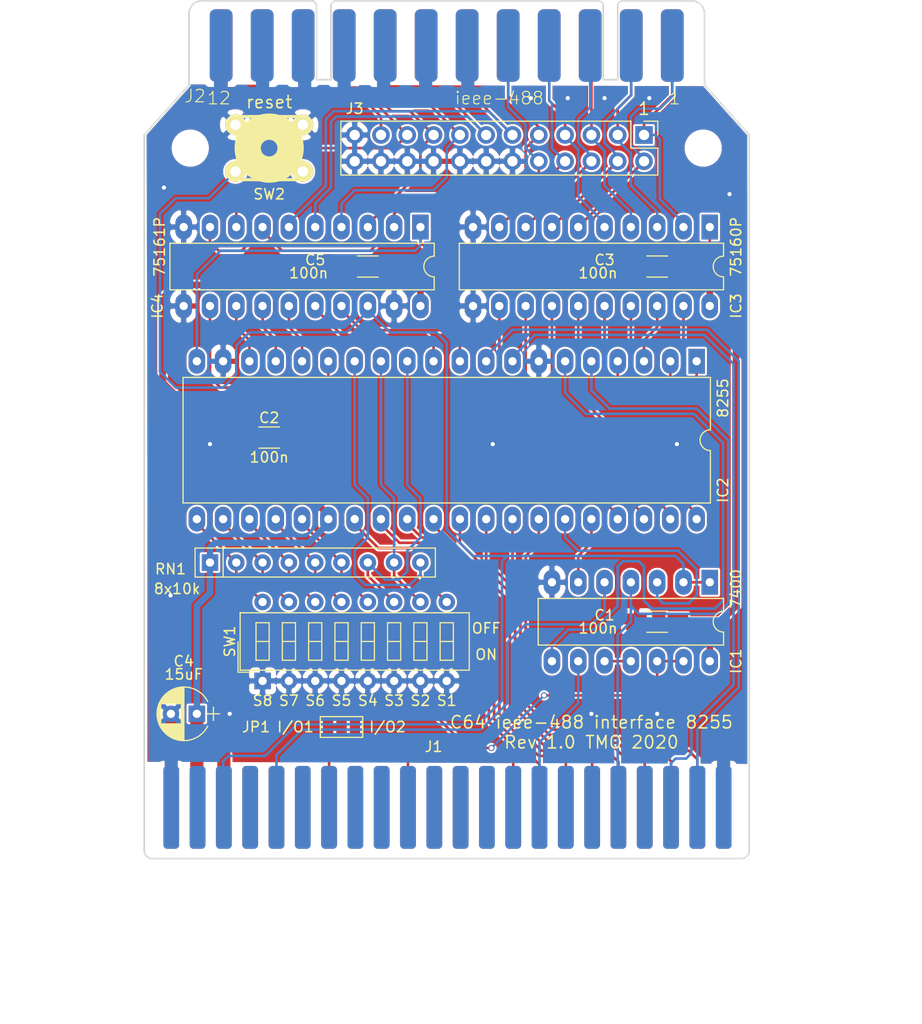
<source format=kicad_pcb>
(kicad_pcb (version 20171130) (host pcbnew "(5.0.1-3-g963ef8bb5)")
  (title_block (title C64_ieee488_interface_8255) (date 2020-02-29) (rev 1.0) (company TMO))
  (layers (0 F.Cu signal hide) (31 B.Cu signal) (34 B.Paste user) (35 F.Paste user) (36 B.SilkS user) (37 F.SilkS user) (38 B.Mask user hide) (39 F.Mask user hide) (44 Edge.Cuts user))
  (net 0 "")
  (net 1 VCC)
  (net 2 RESET)
  (net 3 PHI2)
  (net 4 /DIO3)
  (net 5 /DIO2)
  (net 6 /DIO1)
  (net 7 /DIO0)
  (net 8 /DIO7)
  (net 9 /DIO6)
  (net 10 /DIO5)
  (net 11 /DIO4)
  (net 12 DC)
  (net 13 "Net-(IC1-Pad12)")
  (net 14 "Net-(IC1-Pad10)")
  (net 15 A3)
  (net 16 A6)
  (net 17 TE)
  (net 18 REN2)
  (net 19 IFC2)
  (net 20 NDAC2)
  (net 21 NRFD2)
  (net 22 DAV2)
  (net 23 EOI2)
  (net 24 ATN2)
  (net 25 SRQ2)
  (net 26 IO2)
  (net 27 IO1)
  (net 28 WR)
  (net 29 IFC)
  (net 30 CS)
  (net 31 /PA4)
  (net 32 /PA5)
  (net 33 /PA6)
  (net 34 ATN)
  (net 35 /PA7)
  (net 36 EOI)
  (net 37 DAV)
  (net 38 SRQ)
  (net 39 /D0)
  (net 40 /S8)
  (net 41 /D1)
  (net 42 /S7)
  (net 43 /D2)
  (net 44 /S6)
  (net 45 /D3)
  (net 46 NRFD)
  (net 47 /D4)
  (net 48 NDAC)
  (net 49 /D5)
  (net 50 A0)
  (net 51 /D6)
  (net 52 A1)
  (net 53 /D7)
  (net 54 /S5)
  (net 55 /S4)
  (net 56 /PA0)
  (net 57 /S3)
  (net 58 /PA1)
  (net 59 /S2)
  (net 60 /PA2)
  (net 61 /S1)
  (net 62 /PA3)
  (module footprint:C64-Cart (layer F.Cu) (at 59.76 129.046274)
    (fp_text reference J1 (at 27.87 -10.301274) (layer F.SilkS))
    (fp_text value C64-Exp-Port hide)
    (pad N smd roundrect (at 30.48 -4.446274) (size 1.524 8) (layers B.Cu))
    (pad P smd roundrect (at 33.02 -4.446274) (size 1.524 8) (layers B.Cu))
    (pad T smd roundrect (at 40.64 -4.446274) (size 1.524 8) (layers B.Cu))
    (pad S smd roundrect (at 38.1 -4.446274) (size 1.524 8) (layers B.Cu) (net 16 A6))
    (pad R smd roundrect (at 35.56 -4.446274) (size 1.524 8) (layers B.Cu))
    (pad Z smd roundrect (at 55.88 -4.446274) (size 1.524 8) (layers B.Cu) (net 12 DC))
    (pad Y smd roundrect (at 53.34 -4.446274) (size 1.524 8) (layers B.Cu) (net 50 A0))
    (pad X smd roundrect (at 50.8 -4.446274) (size 1.524 8) (layers B.Cu) (net 52 A1))
    (pad W smd roundrect (at 48.26 -4.446274) (size 1.524 8) (layers B.Cu))
    (pad V smd roundrect (at 45.72 -4.446274) (size 1.524 8) (layers B.Cu) (net 15 A3))
    (pad U smd roundrect (at 43.18 -4.446274) (size 1.524 8) (layers B.Cu))
    (pad A smd roundrect (at 2.54 -4.446274) (size 1.524 8) (layers B.Cu) (net 12 DC))
    (pad E smd roundrect (at 12.7 -4.446274) (size 1.524 8) (layers B.Cu) (net 3 PHI2))
    (pad D smd roundrect (at 10.16 -4.446274) (size 1.524 8) (layers B.Cu))
    (pad C smd roundrect (at 7.62 -4.446274) (size 1.524 8) (layers B.Cu) (net 2 RESET))
    (pad B smd roundrect (at 5.08 -4.446274) (size 1.524 8) (layers B.Cu))
    (pad M smd roundrect (at 27.94 -4.446274) (size 1.524 8) (layers B.Cu))
    (pad L smd roundrect (at 25.4 -4.446274) (size 1.524 8) (layers B.Cu))
    (pad K smd roundrect (at 22.86 -4.446274) (size 1.524 8) (layers B.Cu))
    (pad J smd roundrect (at 20.32 -4.446274) (size 1.524 8) (layers B.Cu))
    (pad H smd roundrect (at 17.78 -4.446274) (size 1.524 8) (layers B.Cu))
    (pad F smd roundrect (at 15.24 -4.446274) (size 1.524 8) (layers B.Cu))
    (pad 22 smd roundrect (at 55.88 -4.446274 180) (size 1.524 8) (layers F.Cu) (net 12 DC))
    (pad 21 smd roundrect (at 53.34 -4.446274 180) (size 1.524 8) (layers F.Cu) (net 39 /D0))
    (pad 20 smd roundrect (at 50.8 -4.446274 180) (size 1.524 8) (layers F.Cu) (net 41 /D1))
    (pad 19 smd roundrect (at 48.26 -4.446274 180) (size 1.524 8) (layers F.Cu) (net 43 /D2))
    (pad 18 smd roundrect (at 45.72 -4.446274 180) (size 1.524 8) (layers F.Cu) (net 45 /D3))
    (pad 17 smd roundrect (at 43.18 -4.446274 180) (size 1.524 8) (layers F.Cu) (net 47 /D4))
    (pad 16 smd roundrect (at 40.64 -4.446274 180) (size 1.524 8) (layers F.Cu) (net 49 /D5))
    (pad 15 smd roundrect (at 38.1 -4.446274 180) (size 1.524 8) (layers F.Cu) (net 51 /D6))
    (pad 3 smd roundrect (at 7.62 -4.446274 180) (size 1.524 8) (layers F.Cu) (net 1 VCC))
    (pad 2 smd roundrect (at 5.08 -4.446274 180) (size 1.524 8) (layers F.Cu) (net 1 VCC))
    (pad 12 smd roundrect (at 30.48 -4.446274 180) (size 1.524 8) (layers F.Cu))
    (pad 14 smd roundrect (at 35.56 -4.446274 180) (size 1.524 8) (layers F.Cu) (net 53 /D7))
    (pad 13 smd roundrect (at 33.02 -4.446274 180) (size 1.524 8) (layers F.Cu))
    (pad 11 smd roundrect (at 27.94 -4.446274 180) (size 1.524 8) (layers F.Cu))
    (pad 10 smd roundrect (at 25.4 -4.446274 180) (size 1.524 8) (layers F.Cu) (net 26 IO2))
    (pad 9 smd roundrect (at 22.86 -4.446274 180) (size 1.524 8) (layers F.Cu))
    (pad 8 smd roundrect (at 20.32 -4.446274 180) (size 1.524 8) (layers F.Cu))
    (pad 7 smd roundrect (at 17.78 -4.446274 180) (size 1.524 8) (layers F.Cu) (net 27 IO1))
    (pad 6 smd roundrect (at 15.24 -4.446274 180) (size 1.524 8) (layers F.Cu))
    (pad 5 smd roundrect (at 12.7 -4.446274 180) (size 1.524 8) (layers F.Cu))
    (pad 4 smd roundrect (at 10.16 -4.446274 180) (size 1.524 8) (layers F.Cu))
    (pad 1 smd roundrect (at 2.54 -4.446274 180) (size 1.524 8) (layers F.Cu) (net 12 DC))
  )
  (module footprint:ieee488-Port (layer F.Cu) (at 88.9 51.054)
    (fp_text reference J2 (at -25.4 5.588) (layer F.SilkS) (effects (font (size 1.2065 1.2065) (thickness 0.1016)) (justify left bottom)))
    (fp_text value ieee488-port hide)
    (fp_text user ieee-488 (at 5.08 5.08) (layer F.SilkS) (effects (font (size 1.2065 1.2065) (thickness 0.1016))))
    (fp_text user 1 (at 22 5.08) (layer F.SilkS) (effects (font (size 1.2065 1.2065) (thickness 0.1016))))
    (fp_text user 12 (at -22 5.08) (layer F.SilkS) (effects (font (size 1.2065 1.2065) (thickness 0.1016))))
    (pad 12 connect roundrect (at -21.785 0) (size 2.2 7) (layers F.Cu) (net 12 DC))
    (pad 11 connect roundrect (at -17.825 0) (size 2.2 7) (layers F.Cu) (net 24 ATN2))
    (pad 10 connect roundrect (at -13.865 0) (size 2.2 7) (layers F.Cu) (net 25 SRQ2))
    (pad 9 connect roundrect (at -9.905 0) (size 2.2 7) (layers F.Cu) (net 19 IFC2))
    (pad 8 connect roundrect (at -5.945 0) (size 2.2 7) (layers F.Cu) (net 20 NDAC2))
    (pad 7 connect roundrect (at -1.985 0) (size 2.2 7) (layers F.Cu) (net 21 NRFD2))
    (pad 6 connect roundrect (at 1.975 0) (size 2.2 7) (layers F.Cu) (net 22 DAV2))
    (pad 5 connect roundrect (at 5.935 0) (size 2.2 7) (layers F.Cu) (net 23 EOI2))
    (pad 4 connect roundrect (at 9.895 0) (size 2.2 7) (layers F.Cu) (net 4 /DIO3))
    (pad 3 connect roundrect (at 13.855 0) (size 2.2 7) (layers F.Cu) (net 5 /DIO2))
    (pad 2 connect roundrect (at 17.815 0) (size 2.2 7) (layers F.Cu) (net 6 /DIO1))
    (pad 1 connect roundrect (at 21.775 0) (size 2.2 7) (layers F.Cu) (net 7 /DIO0))
    (pad N connect roundrect (at -21.785 0) (size 2.2 7) (layers B.Cu) (net 12 DC))
    (pad M connect roundrect (at -17.825 0) (size 2.2 7) (layers B.Cu) (net 12 DC))
    (pad L connect roundrect (at -13.865 0) (size 2.2 7) (layers B.Cu) (net 12 DC))
    (pad K connect roundrect (at -9.905 0) (size 2.2 7) (layers B.Cu) (net 12 DC))
    (pad J connect roundrect (at -5.945 0) (size 2.2 7) (layers B.Cu) (net 12 DC))
    (pad H connect roundrect (at -1.985 0) (size 2.2 7) (layers B.Cu) (net 12 DC))
    (pad F connect roundrect (at 1.975 0) (size 2.2 7) (layers B.Cu) (net 12 DC))
    (pad E connect roundrect (at 5.935 0) (size 2.2 7) (layers B.Cu) (net 18 REN2))
    (pad D connect roundrect (at 9.895 0) (size 2.2 7) (layers B.Cu) (net 8 /DIO7))
    (pad C connect roundrect (at 13.855 0) (size 2.2 7) (layers B.Cu) (net 9 /DIO6))
    (pad B connect roundrect (at 17.815 0) (size 2.2 7) (layers B.Cu) (net 10 /DIO5))
    (pad A connect roundrect (at 21.775 0) (size 2.2 7) (layers B.Cu) (net 11 /DIO4))
  )
  (module footprint:PCB_PUSH (layer F.Cu) (at 71.755 60.96 90)
    (fp_text reference SW2 (at -4.445 0 180) (layer F.SilkS))
    (fp_text value RESET_SWITCH hide)
    (pad 1 thru_hole circle (at -2.25044 -3.2512 90) (size 1.99898 1.99898) (drill 1.00076) (layers *.Cu *.Mask F.SilkS) (net 2 RESET))
    (pad 2 thru_hole circle (at -2.25044 3.2512 90) (size 1.99898 1.99898) (drill 1.00076) (layers *.Cu *.Mask F.SilkS) (net 2 RESET))
    (pad 4 thru_hole circle (at 2.25044 -3.2512 90) (size 1.99898 1.99898) (drill 1.00076) (layers *.Cu *.Mask F.SilkS) (net 12 DC))
    (pad 3 thru_hole circle (at 2.25044 3.2512 90) (size 1.99898 1.99898) (drill 1.00076) (layers *.Cu *.Mask F.SilkS) (net 12 DC))
  )
  (module Capacitors_SMD:C_1206_HandSoldering (layer F.Cu) (at 71.755 88.9 180)
    (fp_text reference C2 (at 0 1.905 180) (layer F.SilkS))
    (fp_text value 100n (at 0 -1.905 180) (layer F.SilkS))
    (pad 1 smd rect (at -2 0 180) (size 2 1.6) (layers F.Cu F.Paste F.Mask) (net 1 VCC))
    (pad 2 smd rect (at 2 0 180) (size 2 1.6) (layers F.Cu F.Paste F.Mask) (net 12 DC))
  )
  (module Capacitors_SMD:C_1206_HandSoldering (layer F.Cu) (at 109.22 72.39 180)
    (fp_text reference C3 (at 5.08 0.635 180) (layer F.SilkS))
    (fp_text value 100n (at 5.715 -0.635 180) (layer F.SilkS))
    (pad 2 smd rect (at 2 0 180) (size 2 1.6) (layers F.Cu F.Paste F.Mask) (net 12 DC))
    (pad 1 smd rect (at -2 0 180) (size 2 1.6) (layers F.Cu F.Paste F.Mask) (net 1 VCC))
  )
  (module Capacitors_THT:CP_Radial_D5.0mm_P2.50mm (layer F.Cu) (at 64.77 115.57 180)
    (fp_text reference C4 (at 1.27 5.08 180) (layer F.SilkS))
    (fp_text value 15uF (at 1.27 3.81) (layer F.SilkS))
    (pad 2 thru_hole circle (at 2.5 0 180) (size 1.6 1.6) (drill 0.8) (layers *.Cu *.Mask) (net 12 DC))
    (pad 1 thru_hole rect (at 0 0 180) (size 1.6 1.6) (drill 0.8) (layers *.Cu *.Mask) (net 1 VCC))
  )
  (module footprint:Pin_Header_Straight_2x12_Pitch2.54mm_ieee488 (layer F.Cu) (at 107.95 59.69 270)
    (fp_text reference J3 (at -2.54 27.94) (layer F.SilkS))
    (fp_text value ieee488_pin_header hide)
    (pad 24 thru_hole oval (at 2.54 27.94 270) (size 1.7 1.7) (drill 1) (layers *.Cu *.Mask) (net 12 DC))
    (pad 12 thru_hole oval (at 0 27.94 270) (size 1.7 1.7) (drill 1) (layers *.Cu *.Mask) (net 12 DC))
    (pad 23 thru_hole oval (at 2.54 25.4 270) (size 1.7 1.7) (drill 1) (layers *.Cu *.Mask) (net 12 DC))
    (pad 11 thru_hole oval (at 0 25.4 270) (size 1.7 1.7) (drill 1) (layers *.Cu *.Mask) (net 24 ATN2))
    (pad 22 thru_hole oval (at 2.54 22.86 270) (size 1.7 1.7) (drill 1) (layers *.Cu *.Mask) (net 12 DC))
    (pad 10 thru_hole oval (at 0 22.86 270) (size 1.7 1.7) (drill 1) (layers *.Cu *.Mask) (net 25 SRQ2))
    (pad 21 thru_hole oval (at 2.54 20.32 270) (size 1.7 1.7) (drill 1) (layers *.Cu *.Mask) (net 12 DC))
    (pad 9 thru_hole oval (at 0 20.32 270) (size 1.7 1.7) (drill 1) (layers *.Cu *.Mask) (net 19 IFC2))
    (pad 20 thru_hole oval (at 2.54 17.78 270) (size 1.7 1.7) (drill 1) (layers *.Cu *.Mask) (net 12 DC))
    (pad 8 thru_hole oval (at 0 17.78 270) (size 1.7 1.7) (drill 1) (layers *.Cu *.Mask) (net 20 NDAC2))
    (pad 19 thru_hole oval (at 2.54 15.24 270) (size 1.7 1.7) (drill 1) (layers *.Cu *.Mask) (net 12 DC))
    (pad 7 thru_hole oval (at 0 15.24 270) (size 1.7 1.7) (drill 1) (layers *.Cu *.Mask) (net 21 NRFD2))
    (pad 18 thru_hole oval (at 2.54 12.7 270) (size 1.7 1.7) (drill 1) (layers *.Cu *.Mask) (net 12 DC))
    (pad 6 thru_hole oval (at 0 12.7 270) (size 1.7 1.7) (drill 1) (layers *.Cu *.Mask) (net 22 DAV2))
    (pad 17 thru_hole oval (at 2.54 10.16 270) (size 1.7 1.7) (drill 1) (layers *.Cu *.Mask) (net 18 REN2))
    (pad 5 thru_hole oval (at 0 10.16 270) (size 1.7 1.7) (drill 1) (layers *.Cu *.Mask) (net 23 EOI2))
    (pad 16 thru_hole oval (at 2.54 7.62 270) (size 1.7 1.7) (drill 1) (layers *.Cu *.Mask) (net 8 /DIO7))
    (pad 4 thru_hole oval (at 0 7.62 270) (size 1.7 1.7) (drill 1) (layers *.Cu *.Mask) (net 4 /DIO3))
    (pad 15 thru_hole oval (at 2.54 5.08 270) (size 1.7 1.7) (drill 1) (layers *.Cu *.Mask) (net 9 /DIO6))
    (pad 3 thru_hole oval (at 0 5.08 270) (size 1.7 1.7) (drill 1) (layers *.Cu *.Mask) (net 5 /DIO2))
    (pad 14 thru_hole oval (at 2.54 2.54 270) (size 1.7 1.7) (drill 1) (layers *.Cu *.Mask) (net 10 /DIO5))
    (pad 2 thru_hole oval (at 0 2.54 270) (size 1.7 1.7) (drill 1) (layers *.Cu *.Mask) (net 6 /DIO1))
    (pad 13 thru_hole oval (at 2.54 0 270) (size 1.7 1.7) (drill 1) (layers *.Cu *.Mask) (net 11 /DIO4))
    (pad 1 thru_hole rect (at 0 0 270) (size 1.7 1.7) (drill 1) (layers *.Cu *.Mask) (net 7 /DIO0))
  )
  (module Mounting_Holes:MountingHole_3.2mm_M3 (layer F.Cu) (at 64.135 60.96)
    (fp_text reference H1)
    (fp_text value MountingHole hide)
    (pad 1 np_thru_hole circle (at 0 0) (size 3.2 3.2) (drill 3.2) (layers *.Cu *.Mask))
  )
  (module Mounting_Holes:MountingHole_3.2mm_M3 (layer F.Cu) (at 113.665 60.96)
    (fp_text reference H2)
    (fp_text value MountingHole hide)
    (pad 1 np_thru_hole circle (at 0 0) (size 3.2 3.2) (drill 3.2) (layers *.Cu *.Mask))
  )
  (module Capacitors_SMD:C_1206_HandSoldering (layer F.Cu) (at 81.28 72.39 180)
    (fp_text reference C5 (at 5.08 0.635 180) (layer F.SilkS))
    (fp_text value 100n (at 5.715 -0.635 180) (layer F.SilkS))
    (pad 2 smd rect (at 2 0 180) (size 2 1.6) (layers F.Cu F.Paste F.Mask) (net 12 DC))
    (pad 1 smd rect (at -2 0 180) (size 2 1.6) (layers F.Cu F.Paste F.Mask) (net 1 VCC))
  )
  (module Housings_DIP:DIP-14_W7.62mm_LongPads (layer F.Cu) (at 114.3 102.87 270)
    (fp_text reference IC1 (at 7.62 -2.54 270) (layer F.SilkS))
    (fp_text value 7400 (at 0.635 -2.54 270) (layer F.SilkS))
    (pad 14 thru_hole oval (at 7.62 0 270) (size 2.4 1.6) (drill 0.8) (layers *.Cu *.Mask) (net 1 VCC))
    (pad 7 thru_hole oval (at 0 15.24 270) (size 2.4 1.6) (drill 0.8) (layers *.Cu *.Mask) (net 12 DC))
    (pad 13 thru_hole oval (at 7.62 2.54 270) (size 2.4 1.6) (drill 0.8) (layers *.Cu *.Mask) (net 13 "Net-(IC1-Pad12)"))
    (pad 6 thru_hole oval (at 0 12.7 270) (size 2.4 1.6) (drill 0.8) (layers *.Cu *.Mask) (net 28 WR))
    (pad 12 thru_hole oval (at 7.62 5.08 270) (size 2.4 1.6) (drill 0.8) (layers *.Cu *.Mask) (net 13 "Net-(IC1-Pad12)"))
    (pad 5 thru_hole oval (at 0 10.16 270) (size 2.4 1.6) (drill 0.8) (layers *.Cu *.Mask) (net 3 PHI2))
    (pad 11 thru_hole oval (at 7.62 7.62 270) (size 2.4 1.6) (drill 0.8) (layers *.Cu *.Mask) (net 14 "Net-(IC1-Pad10)"))
    (pad 4 thru_hole oval (at 0 7.62 270) (size 2.4 1.6) (drill 0.8) (layers *.Cu *.Mask) (net 15 A3))
    (pad 10 thru_hole oval (at 7.62 10.16 270) (size 2.4 1.6) (drill 0.8) (layers *.Cu *.Mask) (net 14 "Net-(IC1-Pad10)"))
    (pad 3 thru_hole oval (at 0 5.08 270) (size 2.4 1.6) (drill 0.8) (layers *.Cu *.Mask) (net 29 IFC))
    (pad 9 thru_hole oval (at 7.62 12.7 270) (size 2.4 1.6) (drill 0.8) (layers *.Cu *.Mask) (net 16 A6))
    (pad 2 thru_hole oval (at 0 2.54 270) (size 2.4 1.6) (drill 0.8) (layers *.Cu *.Mask) (net 2 RESET))
    (pad 8 thru_hole oval (at 7.62 15.24 270) (size 2.4 1.6) (drill 0.8) (layers *.Cu *.Mask) (net 30 CS))
    (pad 1 thru_hole rect (at 0 0 270) (size 2.4 1.6) (drill 0.8) (layers *.Cu *.Mask) (net 2 RESET))
  )
  (module Housings_DIP:DIP-20_W7.62mm_LongPads (layer F.Cu) (at 114.3 68.58 270)
    (fp_text reference IC3 (at 7.62 -2.54 270) (layer F.SilkS))
    (fp_text value 75160P (at 1.905 -2.54 270) (layer F.SilkS))
    (pad 20 thru_hole oval (at 7.62 0 270) (size 2.4 1.6) (drill 0.8) (layers *.Cu *.Mask) (net 1 VCC))
    (pad 10 thru_hole oval (at 0 22.86 270) (size 2.4 1.6) (drill 0.8) (layers *.Cu *.Mask) (net 12 DC))
    (pad 19 thru_hole oval (at 7.62 2.54 270) (size 2.4 1.6) (drill 0.8) (layers *.Cu *.Mask) (net 56 /PA0))
    (pad 9 thru_hole oval (at 0 20.32 270) (size 2.4 1.6) (drill 0.8) (layers *.Cu *.Mask) (net 8 /DIO7))
    (pad 18 thru_hole oval (at 7.62 5.08 270) (size 2.4 1.6) (drill 0.8) (layers *.Cu *.Mask) (net 58 /PA1))
    (pad 8 thru_hole oval (at 0 17.78 270) (size 2.4 1.6) (drill 0.8) (layers *.Cu *.Mask) (net 9 /DIO6))
    (pad 17 thru_hole oval (at 7.62 7.62 270) (size 2.4 1.6) (drill 0.8) (layers *.Cu *.Mask) (net 60 /PA2))
    (pad 7 thru_hole oval (at 0 15.24 270) (size 2.4 1.6) (drill 0.8) (layers *.Cu *.Mask) (net 10 /DIO5))
    (pad 16 thru_hole oval (at 7.62 10.16 270) (size 2.4 1.6) (drill 0.8) (layers *.Cu *.Mask) (net 62 /PA3))
    (pad 6 thru_hole oval (at 0 12.7 270) (size 2.4 1.6) (drill 0.8) (layers *.Cu *.Mask) (net 11 /DIO4))
    (pad 15 thru_hole oval (at 7.62 12.7 270) (size 2.4 1.6) (drill 0.8) (layers *.Cu *.Mask) (net 31 /PA4))
    (pad 5 thru_hole oval (at 0 10.16 270) (size 2.4 1.6) (drill 0.8) (layers *.Cu *.Mask) (net 4 /DIO3))
    (pad 14 thru_hole oval (at 7.62 15.24 270) (size 2.4 1.6) (drill 0.8) (layers *.Cu *.Mask) (net 32 /PA5))
    (pad 4 thru_hole oval (at 0 7.62 270) (size 2.4 1.6) (drill 0.8) (layers *.Cu *.Mask) (net 5 /DIO2))
    (pad 13 thru_hole oval (at 7.62 17.78 270) (size 2.4 1.6) (drill 0.8) (layers *.Cu *.Mask) (net 33 /PA6))
    (pad 3 thru_hole oval (at 0 5.08 270) (size 2.4 1.6) (drill 0.8) (layers *.Cu *.Mask) (net 6 /DIO1))
    (pad 12 thru_hole oval (at 7.62 20.32 270) (size 2.4 1.6) (drill 0.8) (layers *.Cu *.Mask) (net 35 /PA7))
    (pad 2 thru_hole oval (at 0 2.54 270) (size 2.4 1.6) (drill 0.8) (layers *.Cu *.Mask) (net 7 /DIO0))
    (pad 11 thru_hole oval (at 7.62 22.86 270) (size 2.4 1.6) (drill 0.8) (layers *.Cu *.Mask) (net 12 DC))
    (pad 1 thru_hole rect (at 0 0 270) (size 2.4 1.6) (drill 0.8) (layers *.Cu *.Mask) (net 17 TE))
  )
  (module Housings_DIP:DIP-20_W7.62mm_LongPads (layer F.Cu) (at 86.36 68.58 270)
    (fp_text reference IC4 (at 7.62 25.4 270) (layer F.SilkS))
    (fp_text value 75161P (at 1.905 25.19 270) (layer F.SilkS))
    (pad 1 thru_hole rect (at 0 0 270) (size 2.4 1.6) (drill 0.8) (layers *.Cu *.Mask) (net 17 TE))
    (pad 11 thru_hole oval (at 7.62 22.86 270) (size 2.4 1.6) (drill 0.8) (layers *.Cu *.Mask) (net 12 DC))
    (pad 2 thru_hole oval (at 0 2.54 270) (size 2.4 1.6) (drill 0.8) (layers *.Cu *.Mask) (net 18 REN2))
    (pad 12 thru_hole oval (at 7.62 20.32 270) (size 2.4 1.6) (drill 0.8) (layers *.Cu *.Mask) (net 38 SRQ))
    (pad 3 thru_hole oval (at 0 5.08 270) (size 2.4 1.6) (drill 0.8) (layers *.Cu *.Mask) (net 19 IFC2))
    (pad 13 thru_hole oval (at 7.62 17.78 270) (size 2.4 1.6) (drill 0.8) (layers *.Cu *.Mask) (net 34 ATN))
    (pad 4 thru_hole oval (at 0 7.62 270) (size 2.4 1.6) (drill 0.8) (layers *.Cu *.Mask) (net 20 NDAC2))
    (pad 14 thru_hole oval (at 7.62 15.24 270) (size 2.4 1.6) (drill 0.8) (layers *.Cu *.Mask) (net 36 EOI))
    (pad 5 thru_hole oval (at 0 10.16 270) (size 2.4 1.6) (drill 0.8) (layers *.Cu *.Mask) (net 21 NRFD2))
    (pad 15 thru_hole oval (at 7.62 12.7 270) (size 2.4 1.6) (drill 0.8) (layers *.Cu *.Mask) (net 37 DAV))
    (pad 6 thru_hole oval (at 0 12.7 270) (size 2.4 1.6) (drill 0.8) (layers *.Cu *.Mask) (net 22 DAV2))
    (pad 16 thru_hole oval (at 7.62 10.16 270) (size 2.4 1.6) (drill 0.8) (layers *.Cu *.Mask) (net 46 NRFD))
    (pad 7 thru_hole oval (at 0 15.24 270) (size 2.4 1.6) (drill 0.8) (layers *.Cu *.Mask) (net 23 EOI2))
    (pad 17 thru_hole oval (at 7.62 7.62 270) (size 2.4 1.6) (drill 0.8) (layers *.Cu *.Mask) (net 48 NDAC))
    (pad 8 thru_hole oval (at 0 17.78 270) (size 2.4 1.6) (drill 0.8) (layers *.Cu *.Mask) (net 24 ATN2))
    (pad 18 thru_hole oval (at 7.62 5.08 270) (size 2.4 1.6) (drill 0.8) (layers *.Cu *.Mask) (net 2 RESET))
    (pad 9 thru_hole oval (at 0 20.32 270) (size 2.4 1.6) (drill 0.8) (layers *.Cu *.Mask) (net 25 SRQ2))
    (pad 19 thru_hole oval (at 7.62 2.54 270) (size 2.4 1.6) (drill 0.8) (layers *.Cu *.Mask) (net 12 DC))
    (pad 10 thru_hole oval (at 0 22.86 270) (size 2.4 1.6) (drill 0.8) (layers *.Cu *.Mask) (net 12 DC))
    (pad 20 thru_hole oval (at 7.62 0 270) (size 2.4 1.6) (drill 0.8) (layers *.Cu *.Mask) (net 1 VCC))
  )
  (module Jumper:SolderJumper-3_P1.3mm_Bridged12_Pad1.0x1.5mm_NumberLabels (layer F.Cu) (at 78.74 116.84)
    (fp_text reference JP1 (at -8.255 0) (layer F.SilkS))
    (fp_text value SolderJumper_3_Bridged12)
    (fp_text user I/O2 (at 4.445 0) (layer F.SilkS))
    (fp_text user I/O1 (at -4.445 0) (layer F.SilkS))
    (fp_poly (pts (xy -0.9 -0.3) (xy -0.4 -0.3) (xy -0.4 0.3) (xy -0.9 0.3)) (layer F.Cu) (width 0))
    (pad 1 smd rect (at -1.3 0) (size 1 1.5) (layers F.Cu F.Mask) (net 27 IO1))
    (pad 3 smd rect (at 1.3 0) (size 1 1.5) (layers F.Cu F.Mask) (net 26 IO2))
    (pad 2 smd rect (at 0 0) (size 1 1.5) (layers F.Cu F.Mask) (net 13 "Net-(IC1-Pad12)"))
  )
  (module Buttons_Switches_THT:SW_DIP_x8_W7.62mm_Slide_LowProfile (layer F.Cu) (at 71.12 112.395 90)
    (fp_text reference SW1 (at 3.81 -3.17 90) (layer F.SilkS))
    (fp_text value SW_DIP_x08)
    (pad 16 thru_hole oval (at 7.62 0 90) (size 1.6 1.6) (drill 0.8) (layers *.Cu *.Mask) (net 61 /S1))
    (pad 8 thru_hole oval (at 0 17.78 90) (size 1.6 1.6) (drill 0.8) (layers *.Cu *.Mask) (net 12 DC))
    (pad 15 thru_hole oval (at 7.62 2.54 90) (size 1.6 1.6) (drill 0.8) (layers *.Cu *.Mask) (net 59 /S2))
    (pad 7 thru_hole oval (at 0 15.24 90) (size 1.6 1.6) (drill 0.8) (layers *.Cu *.Mask) (net 12 DC))
    (pad 14 thru_hole oval (at 7.62 5.08 90) (size 1.6 1.6) (drill 0.8) (layers *.Cu *.Mask) (net 57 /S3))
    (pad 6 thru_hole oval (at 0 12.7 90) (size 1.6 1.6) (drill 0.8) (layers *.Cu *.Mask) (net 12 DC))
    (pad 13 thru_hole oval (at 7.62 7.62 90) (size 1.6 1.6) (drill 0.8) (layers *.Cu *.Mask) (net 55 /S4))
    (pad 5 thru_hole oval (at 0 10.16 90) (size 1.6 1.6) (drill 0.8) (layers *.Cu *.Mask) (net 12 DC))
    (pad 12 thru_hole oval (at 7.62 10.16 90) (size 1.6 1.6) (drill 0.8) (layers *.Cu *.Mask) (net 54 /S5))
    (pad 4 thru_hole oval (at 0 7.62 90) (size 1.6 1.6) (drill 0.8) (layers *.Cu *.Mask) (net 12 DC))
    (pad 11 thru_hole oval (at 7.62 12.7 90) (size 1.6 1.6) (drill 0.8) (layers *.Cu *.Mask) (net 44 /S6))
    (pad 3 thru_hole oval (at 0 5.08 90) (size 1.6 1.6) (drill 0.8) (layers *.Cu *.Mask) (net 12 DC))
    (pad 10 thru_hole oval (at 7.62 15.24 90) (size 1.6 1.6) (drill 0.8) (layers *.Cu *.Mask) (net 42 /S7))
    (pad 2 thru_hole oval (at 0 2.54 90) (size 1.6 1.6) (drill 0.8) (layers *.Cu *.Mask) (net 12 DC))
    (pad 9 thru_hole oval (at 7.62 17.78 90) (size 1.6 1.6) (drill 0.8) (layers *.Cu *.Mask) (net 40 /S8))
    (pad 1 thru_hole rect (at 0 0 90) (size 1.6 1.6) (drill 0.8) (layers *.Cu *.Mask) (net 12 DC))
  )
  (module Capacitors_SMD:C_1206_HandSoldering (layer F.Cu) (at 109.22 106.68 180)
    (fp_text reference C1 (at 5.08 0.635 180) (layer F.SilkS))
    (fp_text value 100n (at 5.715 -0.635 180) (layer F.SilkS))
    (pad 2 smd rect (at 2 0 180) (size 2 1.6) (layers F.Cu F.Paste F.Mask) (net 12 DC))
    (pad 1 smd rect (at -2 0 180) (size 2 1.6) (layers F.Cu F.Paste F.Mask) (net 1 VCC))
  )
  (module Housings_DIP:DIP-40_W15.24mm_LongPads (layer F.Cu) (at 113.03 81.535001 270)
    (fp_text reference IC2 (at 12.444999 -2.54 270) (layer F.SilkS))
    (fp_text value 8255 (at 3.554999 -2.54 270) (layer F.SilkS))
    (pad 40 thru_hole oval (at 15.24 0 270) (size 2.4 1.6) (drill 0.8) (layers *.Cu *.Mask) (net 31 /PA4))
    (pad 20 thru_hole oval (at 0 48.26 270) (size 2.4 1.6) (drill 0.8) (layers *.Cu *.Mask) (net 17 TE))
    (pad 39 thru_hole oval (at 15.24 2.54 270) (size 2.4 1.6) (drill 0.8) (layers *.Cu *.Mask) (net 32 /PA5))
    (pad 19 thru_hole oval (at 0 45.72 270) (size 2.4 1.6) (drill 0.8) (layers *.Cu *.Mask) (net 12 DC))
    (pad 38 thru_hole oval (at 15.24 5.08 270) (size 2.4 1.6) (drill 0.8) (layers *.Cu *.Mask) (net 33 /PA6))
    (pad 18 thru_hole oval (at 0 43.18 270) (size 2.4 1.6) (drill 0.8) (layers *.Cu *.Mask) (net 34 ATN))
    (pad 37 thru_hole oval (at 15.24 7.62 270) (size 2.4 1.6) (drill 0.8) (layers *.Cu *.Mask) (net 35 /PA7))
    (pad 17 thru_hole oval (at 0 40.64 270) (size 2.4 1.6) (drill 0.8) (layers *.Cu *.Mask) (net 36 EOI))
    (pad 36 thru_hole oval (at 15.24 10.16 270) (size 2.4 1.6) (drill 0.8) (layers *.Cu *.Mask) (net 28 WR))
    (pad 16 thru_hole oval (at 0 38.1 270) (size 2.4 1.6) (drill 0.8) (layers *.Cu *.Mask) (net 37 DAV))
    (pad 35 thru_hole oval (at 15.24 12.7 270) (size 2.4 1.6) (drill 0.8) (layers *.Cu *.Mask) (net 29 IFC))
    (pad 15 thru_hole oval (at 0 35.56 270) (size 2.4 1.6) (drill 0.8) (layers *.Cu *.Mask) (net 38 SRQ))
    (pad 34 thru_hole oval (at 15.24 15.24 270) (size 2.4 1.6) (drill 0.8) (layers *.Cu *.Mask) (net 39 /D0))
    (pad 14 thru_hole oval (at 0 33.02 270) (size 2.4 1.6) (drill 0.8) (layers *.Cu *.Mask) (net 40 /S8))
    (pad 33 thru_hole oval (at 15.24 17.78 270) (size 2.4 1.6) (drill 0.8) (layers *.Cu *.Mask) (net 41 /D1))
    (pad 13 thru_hole oval (at 0 30.48 270) (size 2.4 1.6) (drill 0.8) (layers *.Cu *.Mask) (net 42 /S7))
    (pad 32 thru_hole oval (at 15.24 20.32 270) (size 2.4 1.6) (drill 0.8) (layers *.Cu *.Mask) (net 43 /D2))
    (pad 12 thru_hole oval (at 0 27.94 270) (size 2.4 1.6) (drill 0.8) (layers *.Cu *.Mask) (net 44 /S6))
    (pad 31 thru_hole oval (at 15.24 22.86 270) (size 2.4 1.6) (drill 0.8) (layers *.Cu *.Mask) (net 45 /D3))
    (pad 11 thru_hole oval (at 0 25.4 270) (size 2.4 1.6) (drill 0.8) (layers *.Cu *.Mask) (net 46 NRFD))
    (pad 30 thru_hole oval (at 15.24 25.4 270) (size 2.4 1.6) (drill 0.8) (layers *.Cu *.Mask) (net 47 /D4))
    (pad 10 thru_hole oval (at 0 22.86 270) (size 2.4 1.6) (drill 0.8) (layers *.Cu *.Mask) (net 48 NDAC))
    (pad 29 thru_hole oval (at 15.24 27.94 270) (size 2.4 1.6) (drill 0.8) (layers *.Cu *.Mask) (net 49 /D5))
    (pad 9 thru_hole oval (at 0 20.32 270) (size 2.4 1.6) (drill 0.8) (layers *.Cu *.Mask) (net 50 A0))
    (pad 28 thru_hole oval (at 15.24 30.48 270) (size 2.4 1.6) (drill 0.8) (layers *.Cu *.Mask) (net 51 /D6))
    (pad 8 thru_hole oval (at 0 17.78 270) (size 2.4 1.6) (drill 0.8) (layers *.Cu *.Mask) (net 52 A1))
    (pad 27 thru_hole oval (at 15.24 33.02 270) (size 2.4 1.6) (drill 0.8) (layers *.Cu *.Mask) (net 53 /D7))
    (pad 7 thru_hole oval (at 0 15.24 270) (size 2.4 1.6) (drill 0.8) (layers *.Cu *.Mask) (net 12 DC))
    (pad 26 thru_hole oval (at 15.24 35.56 270) (size 2.4 1.6) (drill 0.8) (layers *.Cu *.Mask) (net 1 VCC))
    (pad 6 thru_hole oval (at 0 12.7 270) (size 2.4 1.6) (drill 0.8) (layers *.Cu *.Mask) (net 30 CS))
    (pad 25 thru_hole oval (at 15.24 38.1 270) (size 2.4 1.6) (drill 0.8) (layers *.Cu *.Mask) (net 54 /S5))
    (pad 5 thru_hole oval (at 0 10.16 270) (size 2.4 1.6) (drill 0.8) (layers *.Cu *.Mask) (net 15 A3))
    (pad 24 thru_hole oval (at 15.24 40.64 270) (size 2.4 1.6) (drill 0.8) (layers *.Cu *.Mask) (net 55 /S4))
    (pad 4 thru_hole oval (at 0 7.62 270) (size 2.4 1.6) (drill 0.8) (layers *.Cu *.Mask) (net 56 /PA0))
    (pad 23 thru_hole oval (at 15.24 43.18 270) (size 2.4 1.6) (drill 0.8) (layers *.Cu *.Mask) (net 57 /S3))
    (pad 3 thru_hole oval (at 0 5.08 270) (size 2.4 1.6) (drill 0.8) (layers *.Cu *.Mask) (net 58 /PA1))
    (pad 22 thru_hole oval (at 15.24 45.72 270) (size 2.4 1.6) (drill 0.8) (layers *.Cu *.Mask) (net 59 /S2))
    (pad 2 thru_hole oval (at 0 2.54 270) (size 2.4 1.6) (drill 0.8) (layers *.Cu *.Mask) (net 60 /PA2))
    (pad 21 thru_hole oval (at 15.24 48.26 270) (size 2.4 1.6) (drill 0.8) (layers *.Cu *.Mask) (net 61 /S1))
    (pad 1 thru_hole rect (at 0 0 270) (size 2.4 1.6) (drill 0.8) (layers *.Cu *.Mask) (net 62 /PA3))
  )
  (module Resistors_THT:R_Array_SIP9 (layer F.Cu) (at 66.04 100.965)
    (fp_text reference RN1 (at -3.81 0.635) (layer F.SilkS))
    (fp_text value 8x10k (at -3.175 2.54) (layer F.SilkS))
    (pad 9 thru_hole oval (at 20.32 0) (size 1.6 1.6) (drill 0.8) (layers *.Cu *.Mask) (net 40 /S8))
    (pad 8 thru_hole oval (at 17.78 0) (size 1.6 1.6) (drill 0.8) (layers *.Cu *.Mask) (net 42 /S7))
    (pad 7 thru_hole oval (at 15.24 0) (size 1.6 1.6) (drill 0.8) (layers *.Cu *.Mask) (net 44 /S6))
    (pad 6 thru_hole oval (at 12.7 0) (size 1.6 1.6) (drill 0.8) (layers *.Cu *.Mask) (net 54 /S5))
    (pad 5 thru_hole oval (at 10.16 0) (size 1.6 1.6) (drill 0.8) (layers *.Cu *.Mask) (net 55 /S4))
    (pad 4 thru_hole oval (at 7.62 0) (size 1.6 1.6) (drill 0.8) (layers *.Cu *.Mask) (net 57 /S3))
    (pad 3 thru_hole oval (at 5.08 0) (size 1.6 1.6) (drill 0.8) (layers *.Cu *.Mask) (net 59 /S2))
    (pad 2 thru_hole oval (at 2.54 0) (size 1.6 1.6) (drill 0.8) (layers *.Cu *.Mask) (net 61 /S1))
    (pad 1 thru_hole rect (at 0 0) (size 1.6 1.6) (drill 0.8) (layers *.Cu *.Mask) (net 1 VCC))
  )
  (gr_text ON (at 92.71 109.855) (layer F.SilkS) (effects (font (size 1 1))))
  (gr_text OFF (at 92.71 107.315) (layer F.SilkS) (effects (font (size 1 1))))
  (gr_text S1 (at 88.9 114.3) (layer F.SilkS) (effects (font (size 1 1))))
  (gr_text S2 (at 86.36 114.3) (layer F.SilkS) (effects (font (size 1 1))))
  (gr_text S3 (at 83.82 114.3) (layer F.SilkS) (effects (font (size 1 1))))
  (gr_text S4 (at 81.28 114.3) (layer F.SilkS) (effects (font (size 1 1))))
  (gr_text S5 (at 78.74 114.3) (layer F.SilkS) (effects (font (size 1 1))))
  (gr_text S6 (at 76.2 114.3) (layer F.SilkS) (effects (font (size 1 1))))
  (gr_text S7 (at 73.66 114.3) (layer F.SilkS) (effects (font (size 1 1))))
  (gr_text S8 (at 71.12 114.3) (layer F.SilkS) (effects (font (size 1 1))))
  (gr_text "C64 ieee-488 interface 8255\nRev 1.0 TMO 2020" (at 102.87 117.348) (layer F.SilkS) (effects (font (size 1.2 1.2))))
  (gr_arc (start 78.232 47.244) (end 78.232 46.736) (angle -90) (layer Edge.Cuts) (width 0.15))
  (gr_arc (start 105.918 47.244) (end 105.918 46.736) (angle -90) (layer Edge.Cuts) (width 0.15))
  (gr_arc (start 103.505 47.244) (end 104.013 47.244) (angle -90) (layer Edge.Cuts) (width 0.15))
  (gr_arc (start 75.819 47.244) (end 76.327 47.244) (angle -90) (layer Edge.Cuts) (width 0.15))
  (gr_line (start 65.278 46.736) (end 75.819 46.736) (layer Edge.Cuts) (width 0.15))
  (gr_line (start 78.232 46.736) (end 103.505 46.736) (layer Edge.Cuts) (width 0.15))
  (gr_line (start 105.918 46.736) (end 112.522 46.736) (layer Edge.Cuts) (width 0.15))
  (gr_line (start 105.41 54.356) (end 105.41 47.244) (layer Edge.Cuts) (width 0.15))
  (gr_line (start 104.013 54.356) (end 105.41 54.356) (layer Edge.Cuts) (width 0.15))
  (gr_line (start 104.013 47.244) (end 104.013 54.356) (layer Edge.Cuts) (width 0.15))
  (gr_line (start 77.724 54.356) (end 77.724 47.244) (layer Edge.Cuts) (width 0.15))
  (gr_line (start 76.327 54.356) (end 77.724 54.356) (layer Edge.Cuts) (width 0.15))
  (gr_line (start 76.327 47.244) (end 76.327 54.356) (layer Edge.Cuts) (width 0.15))
  (gr_text reset (at 71.755 56.515) (layer F.SilkS) (effects (font (size 1.2 1.2))))
  (gr_text 1 (at 107.95 57.15) (layer F.SilkS) (effects (font (size 1.2 1.2))))
  (gr_line (start 113.792 54.864) (end 118.11 59.69) (layer Edge.Cuts) (width 0.15))
  (gr_line (start 113.792 48.006) (end 113.792 54.864) (layer Edge.Cuts) (width 0.15))
  (gr_line (start 64.008 54.864) (end 59.69 59.69) (layer Edge.Cuts) (width 0.15))
  (gr_line (start 64.008 48.006) (end 64.008 54.864) (layer Edge.Cuts) (width 0.15))
  (gr_arc (start 65.278 48.006) (end 64.008 48.006) (angle 90) (layer Edge.Cuts) (width 0.15))
  (gr_arc (start 112.522 48.006) (end 112.522 46.736) (angle 90) (layer Edge.Cuts) (width 0.15))
  (gr_arc (start 117.348 128.778) (end 118.11 128.778) (angle 90) (layer Edge.Cuts) (width 0.15))
  (gr_arc (start 60.452 128.778) (end 60.452 129.54) (angle 90) (layer Edge.Cuts) (width 0.15))
  (gr_line (start 59.69 128.778) (end 59.69 59.69) (layer Edge.Cuts) (width 0.15))
  (gr_line (start 117.348 129.54) (end 60.452 129.54) (layer Edge.Cuts) (width 0.15))
  (gr_line (start 118.11 59.69) (end 118.11 128.778) (layer Edge.Cuts) (width 0.15))
  (segment (start 64.77 124.53) (end 64.84 124.6) (width 1.27) (layer F.Cu) (net 1))
  (segment (start 64.77 118.491) (end 66.294 118.491) (width 1.27) (layer F.Cu) (net 1))
  (segment (start 64.77 115.57) (end 64.77 118.491) (width 1.27) (layer F.Cu) (net 1))
  (segment (start 64.77 118.491) (end 64.77 124.53) (width 1.27) (layer F.Cu) (net 1))
  (segment (start 67.38 119.577) (end 67.38 124.6) (width 1.27) (layer F.Cu) (net 1))
  (segment (start 66.294 118.491) (end 67.38 119.577) (width 1.27) (layer F.Cu) (net 1))
  (segment (start 77.47 97.175001) (end 77.47 96.775001) (width 0.635) (layer B.Cu) (net 1))
  (segment (start 75.585001 99.06) (end 77.47 97.175001) (width 0.635) (layer B.Cu) (net 1))
  (segment (start 77.47 96.375001) (end 73.755 92.660001) (width 0.635) (layer F.Cu) (net 1))
  (segment (start 73.755 92.660001) (end 73.755 88.9) (width 0.635) (layer F.Cu) (net 1))
  (segment (start 77.47 96.775001) (end 77.47 96.375001) (width 0.635) (layer F.Cu) (net 1))
  (segment (start 86.36 76.2) (end 86.36 74.168) (width 0.635) (layer F.Cu) (net 1))
  (segment (start 83.28 73.946) (end 83.058 74.168) (width 0.635) (layer F.Cu) (net 1))
  (segment (start 83.28 72.39) (end 83.28 73.946) (width 0.635) (layer F.Cu) (net 1))
  (segment (start 86.36 74.168) (end 83.058 74.168) (width 0.635) (layer F.Cu) (net 1))
  (segment (start 86.36 74.168) (end 87.376 74.168) (width 0.635) (layer F.Cu) (net 1))
  (segment (start 86.868 74.168) (end 87.376 74.168) (width 0.635) (layer F.Cu) (net 1))
  (segment (start 114.3 74.422) (end 114.3 76.2) (width 0.635) (layer F.Cu) (net 1))
  (segment (start 114.046 74.168) (end 114.3 74.422) (width 0.635) (layer F.Cu) (net 1))
  (segment (start 111.252 73.857) (end 111.252 74.168) (width 0.635) (layer F.Cu) (net 1))
  (segment (start 111.22 72.39) (end 111.22 73.825) (width 0.635) (layer F.Cu) (net 1))
  (segment (start 111.252 74.168) (end 114.046 74.168) (width 0.635) (layer F.Cu) (net 1))
  (segment (start 111.22 73.825) (end 111.252 73.857) (width 0.635) (layer F.Cu) (net 1))
  (segment (start 87.376 74.168) (end 111.252 74.168) (width 0.635) (layer F.Cu) (net 1))
  (segment (start 114.046 74.168) (end 115.57 74.168) (width 0.635) (layer F.Cu) (net 1))
  (segment (start 115.57 74.168) (end 116.84 75.438) (width 0.635) (layer F.Cu) (net 1))
  (segment (start 116.84 75.438) (end 116.84 105.156) (width 0.635) (layer F.Cu) (net 1))
  (segment (start 116.84 105.156) (end 115.316 106.68) (width 0.635) (layer F.Cu) (net 1))
  (segment (start 114.3 110.49) (end 114.3 106.68) (width 0.635) (layer F.Cu) (net 1))
  (segment (start 114.3 106.68) (end 111.22 106.68) (width 0.635) (layer F.Cu) (net 1))
  (segment (start 115.316 106.68) (end 114.3 106.68) (width 0.635) (layer F.Cu) (net 1))
  (segment (start 72.39 85.598) (end 73.755 86.963) (width 0.635) (layer F.Cu) (net 1))
  (segment (start 63.5 85.598) (end 72.39 85.598) (width 0.635) (layer F.Cu) (net 1))
  (segment (start 61.468 83.566) (end 63.5 85.598) (width 0.635) (layer F.Cu) (net 1))
  (segment (start 61.468 75.438) (end 61.468 83.566) (width 0.635) (layer F.Cu) (net 1))
  (segment (start 62.738 74.168) (end 61.468 75.438) (width 0.635) (layer F.Cu) (net 1))
  (segment (start 73.755 86.963) (end 73.755 88.9) (width 0.635) (layer F.Cu) (net 1))
  (segment (start 83.058 74.168) (end 62.738 74.168) (width 0.635) (layer F.Cu) (net 1))
  (segment (start 64.77 115.57) (end 64.77 105.664) (width 0.635) (layer B.Cu) (net 1))
  (segment (start 64.77 105.664) (end 64.77 105.156) (width 0.635) (layer B.Cu) (net 1))
  (segment (start 66.04 103.886) (end 66.04 100.965) (width 0.635) (layer B.Cu) (net 1))
  (segment (start 64.77 105.156) (end 66.04 103.886) (width 0.635) (layer B.Cu) (net 1))
  (segment (start 66.04 99.53) (end 66.51 99.06) (width 0.635) (layer B.Cu) (net 1))
  (segment (start 69.342 99.06) (end 75.585001 99.06) (width 0.635) (layer B.Cu) (net 1))
  (segment (start 66.51 99.06) (end 69.342 99.06) (width 0.635) (layer B.Cu) (net 1))
  (segment (start 66.04 100.965) (end 66.04 99.53) (width 0.635) (layer B.Cu) (net 1))
  (segment (start 69.05 99.06) (end 69.342 99.06) (width 0.635) (layer B.Cu) (net 1))
  (segment (start 81.28 76.2) (end 81.28 75.8) (width 0.254) (layer B.Cu) (net 2))
  (segment (start 73.592708 63.21044) (end 68.5038 63.21044) (width 0.254) (layer B.Cu) (net 2))
  (segment (start 75.0062 63.21044) (end 73.592708 63.21044) (width 0.254) (layer B.Cu) (net 2))
  (segment (start 111.76 102.87) (end 114.3 102.87) (width 0.254) (layer F.Cu) (net 2))
  (segment (start 81.28 76.6) (end 81.28 76.2) (width 0.254) (layer B.Cu) (net 2))
  (segment (start 83.42 78.74) (end 81.28 76.6) (width 0.254) (layer B.Cu) (net 2))
  (segment (start 87.884 78.74) (end 83.42 78.74) (width 0.254) (layer B.Cu) (net 2))
  (segment (start 88.9 81.026) (end 88.9 79.756) (width 0.254) (layer B.Cu) (net 2))
  (segment (start 88.646 79.502) (end 87.884 78.74) (width 0.254) (layer B.Cu) (net 2))
  (segment (start 88.9 97.784813) (end 88.9 81.026) (width 0.254) (layer B.Cu) (net 2))
  (segment (start 88.75701 79.61301) (end 88.646 79.502) (width 0.254) (layer B.Cu) (net 2))
  (segment (start 88.9 79.756) (end 88.646 79.502) (width 0.254) (layer B.Cu) (net 2))
  (segment (start 88.9 81.026) (end 88.9 80.518) (width 0.254) (layer B.Cu) (net 2))
  (segment (start 110.998 100.33) (end 111.76 101.092) (width 0.254) (layer B.Cu) (net 2))
  (segment (start 111.76 101.092) (end 111.76 102.87) (width 0.254) (layer B.Cu) (net 2))
  (segment (start 96.774 100.33) (end 110.998 100.33) (width 0.254) (layer B.Cu) (net 2))
  (segment (start 94.234 103.124) (end 94.234 102.87) (width 0.254) (layer B.Cu) (net 2))
  (segment (start 90.932 99.816813) (end 88.9 97.784813) (width 0.254) (layer B.Cu) (net 2))
  (segment (start 91.445187 100.33) (end 90.932 99.816813) (width 0.254) (layer B.Cu) (net 2))
  (segment (start 94.234 100.838) (end 94.742 100.33) (width 0.254) (layer B.Cu) (net 2))
  (segment (start 94.234 103.124) (end 94.234 100.838) (width 0.254) (layer B.Cu) (net 2))
  (segment (start 94.742 100.33) (end 91.445187 100.33) (width 0.254) (layer B.Cu) (net 2))
  (segment (start 96.774 100.33) (end 94.742 100.33) (width 0.254) (layer B.Cu) (net 2))
  (segment (start 65.92824 65.786) (end 68.5038 63.21044) (width 0.254) (layer B.Cu) (net 2))
  (segment (start 62.738 65.786) (end 65.92824 65.786) (width 0.254) (layer B.Cu) (net 2))
  (segment (start 69.85 78.74) (end 68.58 80.01) (width 0.254) (layer B.Cu) (net 2))
  (segment (start 61.214 67.31) (end 62.738 65.786) (width 0.254) (layer B.Cu) (net 2))
  (segment (start 61.214 82.55) (end 61.214 67.31) (width 0.254) (layer B.Cu) (net 2))
  (segment (start 67.31 84.074) (end 62.738 84.074) (width 0.254) (layer B.Cu) (net 2))
  (segment (start 62.738 84.074) (end 61.214 82.55) (width 0.254) (layer B.Cu) (net 2))
  (segment (start 68.58 82.804) (end 67.31 84.074) (width 0.254) (layer B.Cu) (net 2))
  (segment (start 68.58 80.01) (end 68.58 82.804) (width 0.254) (layer B.Cu) (net 2))
  (segment (start 79.248 78.74) (end 69.85 78.74) (width 0.254) (layer B.Cu) (net 2))
  (segment (start 81.28 76.708) (end 79.248 78.74) (width 0.254) (layer B.Cu) (net 2))
  (segment (start 81.28 76.2) (end 81.28 76.708) (width 0.254) (layer B.Cu) (net 2))
  (segment (start 67.818 119.634) (end 67.31 120.142) (width 0.254) (layer B.Cu) (net 2))
  (segment (start 94.234 103.124) (end 94.234 114.3) (width 0.254) (layer B.Cu) (net 2))
  (segment (start 71.374 119.634) (end 67.818 119.634) (width 0.254) (layer B.Cu) (net 2))
  (segment (start 67.31 120.142) (end 67.31 124.53) (width 0.254) (layer B.Cu) (net 2))
  (segment (start 74.422 116.586) (end 71.374 119.634) (width 0.254) (layer B.Cu) (net 2))
  (segment (start 91.948 116.586) (end 74.422 116.586) (width 0.254) (layer B.Cu) (net 2))
  (segment (start 67.31 124.53) (end 67.38 124.6) (width 0.254) (layer B.Cu) (net 2))
  (segment (start 94.234 114.3) (end 91.948 116.586) (width 0.254) (layer B.Cu) (net 2))
  (segment (start 102.87 106.934) (end 104.14 105.664) (width 0.254) (layer B.Cu) (net 3))
  (segment (start 94.742 108.712) (end 96.52 106.934) (width 0.254) (layer B.Cu) (net 3))
  (segment (start 104.14 105.664) (end 104.14 102.87) (width 0.254) (layer B.Cu) (net 3))
  (segment (start 94.742 114.554) (end 94.742 108.712) (width 0.254) (layer B.Cu) (net 3))
  (segment (start 72.46 124.6) (end 72.46 119.564) (width 0.254) (layer B.Cu) (net 3))
  (segment (start 74.93 117.094) (end 92.202 117.094) (width 0.254) (layer B.Cu) (net 3))
  (segment (start 96.52 106.934) (end 102.87 106.934) (width 0.254) (layer B.Cu) (net 3))
  (segment (start 92.202 117.094) (end 94.742 114.554) (width 0.254) (layer B.Cu) (net 3))
  (segment (start 72.46 119.564) (end 74.93 117.094) (width 0.254) (layer B.Cu) (net 3))
  (segment (start 100.33 59.69) (end 100.33 59.944) (width 0.254) (layer B.Cu) (net 4))
  (segment (start 104.14 68.58) (end 104.14 68.18) (width 0.254) (layer B.Cu) (net 4))
  (segment (start 101.6 65.64) (end 101.6 61.094068) (width 0.254) (layer B.Cu) (net 4))
  (segment (start 104.14 68.18) (end 101.6 65.64) (width 0.254) (layer B.Cu) (net 4))
  (segment (start 101.6 61.094068) (end 100.33 59.824068) (width 0.254) (layer B.Cu) (net 4))
  (segment (start 100.33 59.824068) (end 100.33 59.69) (width 0.254) (layer B.Cu) (net 4))
  (segment (start 98.795 56.377) (end 98.795 51.054) (width 0.254) (layer F.Cu) (net 4))
  (segment (start 100.33 57.912) (end 98.795 56.377) (width 0.254) (layer F.Cu) (net 4))
  (segment (start 100.33 59.69) (end 100.33 57.912) (width 0.254) (layer F.Cu) (net 4))
  (segment (start 102.755 59.575) (end 102.87 59.69) (width 0.254) (layer F.Cu) (net 5))
  (segment (start 102.87 59.69) (end 102.87 60.198) (width 0.254) (layer B.Cu) (net 5))
  (segment (start 102.87 51.169) (end 102.755 51.054) (width 0.254) (layer F.Cu) (net 5))
  (segment (start 102.87 59.69) (end 102.87 51.169) (width 0.254) (layer F.Cu) (net 5))
  (segment (start 104.14 61.214) (end 102.87 59.944) (width 0.254) (layer B.Cu) (net 5))
  (segment (start 104.14 64.586) (end 104.14 61.214) (width 0.254) (layer B.Cu) (net 5))
  (segment (start 106.68 67.126) (end 104.14 64.586) (width 0.254) (layer B.Cu) (net 5))
  (segment (start 102.87 59.944) (end 102.87 59.69) (width 0.254) (layer B.Cu) (net 5))
  (segment (start 106.68 68.58) (end 106.68 67.126) (width 0.254) (layer B.Cu) (net 5))
  (segment (start 106.715 55.845) (end 106.715 51.054) (width 0.254) (layer F.Cu) (net 6))
  (segment (start 105.41 57.15) (end 106.715 55.845) (width 0.254) (layer F.Cu) (net 6))
  (segment (start 105.41 59.69) (end 105.41 57.15) (width 0.254) (layer F.Cu) (net 6))
  (segment (start 109.22 67.126) (end 109.22 68.58) (width 0.254) (layer B.Cu) (net 6))
  (segment (start 106.68 64.586) (end 109.22 67.126) (width 0.254) (layer B.Cu) (net 6))
  (segment (start 105.41 60.198) (end 106.68 61.468) (width 0.254) (layer B.Cu) (net 6))
  (segment (start 105.41 59.69) (end 105.41 60.198) (width 0.254) (layer B.Cu) (net 6))
  (segment (start 106.68 61.468) (end 106.68 64.586) (width 0.254) (layer B.Cu) (net 6))
  (segment (start 107.95 58.586) (end 110.744 55.792) (width 0.254) (layer F.Cu) (net 7))
  (segment (start 107.95 59.69) (end 107.95 58.586) (width 0.254) (layer F.Cu) (net 7))
  (segment (start 110.675 55.723) (end 110.675 51.054) (width 0.254) (layer F.Cu) (net 7))
  (segment (start 110.744 55.792) (end 110.675 55.723) (width 0.254) (layer F.Cu) (net 7))
  (segment (start 111.76 68.18) (end 109.474 65.894) (width 0.254) (layer B.Cu) (net 7))
  (segment (start 111.76 68.58) (end 111.76 68.18) (width 0.254) (layer B.Cu) (net 7))
  (segment (start 109.054 59.69) (end 107.95 59.69) (width 0.254) (layer B.Cu) (net 7))
  (segment (start 109.474 60.11) (end 109.054 59.69) (width 0.254) (layer B.Cu) (net 7))
  (segment (start 109.474 65.894) (end 109.474 60.11) (width 0.254) (layer B.Cu) (net 7))
  (segment (start 99.06 51.065) (end 98.795 50.8) (width 0.254) (layer B.Cu) (net 8))
  (segment (start 93.98 68.58) (end 93.98 68.18) (width 0.254) (layer F.Cu) (net 8))
  (segment (start 93.98 68.58) (end 100.33 62.23) (width 0.254) (layer F.Cu) (net 8))
  (segment (start 98.795 56.377) (end 98.795 51.054) (width 0.254) (layer B.Cu) (net 8))
  (segment (start 99.06 56.642) (end 98.795 56.377) (width 0.254) (layer B.Cu) (net 8))
  (segment (start 99.06 60.96) (end 99.06 56.642) (width 0.254) (layer B.Cu) (net 8))
  (segment (start 100.33 62.23) (end 99.06 60.96) (width 0.254) (layer B.Cu) (net 8))
  (segment (start 96.52 68.58) (end 96.52 68.18) (width 0.254) (layer F.Cu) (net 9))
  (segment (start 96.52 68.58) (end 102.87 62.23) (width 0.254) (layer F.Cu) (net 9))
  (segment (start 101.6 58.166) (end 102.755 57.011) (width 0.254) (layer B.Cu) (net 9))
  (segment (start 101.6 60.452) (end 101.6 58.166) (width 0.254) (layer B.Cu) (net 9))
  (segment (start 102.755 57.011) (end 102.755 51.054) (width 0.254) (layer B.Cu) (net 9))
  (segment (start 102.87 61.722) (end 101.6 60.452) (width 0.254) (layer B.Cu) (net 9))
  (segment (start 102.87 62.23) (end 102.87 61.722) (width 0.254) (layer B.Cu) (net 9))
  (segment (start 105.41 62.23) (end 105.41 61.976) (width 0.254) (layer B.Cu) (net 10))
  (segment (start 99.06 68.58) (end 99.06 68.18) (width 0.254) (layer F.Cu) (net 10))
  (segment (start 99.06 68.58) (end 105.41 62.23) (width 0.254) (layer F.Cu) (net 10))
  (segment (start 106.715 54.654) (end 106.715 51.054) (width 0.254) (layer B.Cu) (net 10))
  (segment (start 104.14 60.452) (end 104.14 58.42) (width 0.254) (layer B.Cu) (net 10))
  (segment (start 105.41 61.722) (end 104.14 60.452) (width 0.254) (layer B.Cu) (net 10))
  (segment (start 106.715 55.845) (end 106.715 54.654) (width 0.254) (layer B.Cu) (net 10))
  (segment (start 104.14 58.42) (end 106.715 55.845) (width 0.254) (layer B.Cu) (net 10))
  (segment (start 105.41 62.23) (end 105.41 61.722) (width 0.254) (layer B.Cu) (net 10))
  (segment (start 101.6 68.58) (end 107.95 62.23) (width 0.254) (layer F.Cu) (net 11))
  (segment (start 110.675 55.949) (end 110.675 51.054) (width 0.254) (layer B.Cu) (net 11))
  (segment (start 109.474 57.15) (end 110.675 55.949) (width 0.254) (layer B.Cu) (net 11))
  (segment (start 107.442 57.15) (end 109.474 57.15) (width 0.254) (layer B.Cu) (net 11))
  (segment (start 106.68 57.912) (end 107.442 57.15) (width 0.254) (layer B.Cu) (net 11))
  (segment (start 106.68 60.708602) (end 106.68 57.912) (width 0.254) (layer B.Cu) (net 11))
  (segment (start 107.95 61.978602) (end 106.68 60.708602) (width 0.254) (layer B.Cu) (net 11))
  (segment (start 107.95 62.23) (end 107.95 61.978602) (width 0.254) (layer B.Cu) (net 11))
  (segment (start 91.44 68.58) (end 91.44 68.18) (width 0.254) (layer F.Cu) (net 12))
  (segment (start 67.056 50.859) (end 67.056 55.626) (width 1.27) (layer B.Cu) (net 12))
  (segment (start 67.115 50.8) (end 67.056 50.859) (width 0.635) (layer B.Cu) (net 12))
  (segment (start 71.12 50.859) (end 71.12 55.626) (width 1.27) (layer B.Cu) (net 12))
  (segment (start 75.184 50.859) (end 75.184 55.626) (width 1.27) (layer B.Cu) (net 12))
  (segment (start 78.994 50.859) (end 78.994 55.626) (width 1.27) (layer B.Cu) (net 12))
  (segment (start 82.804 50.859) (end 82.804 55.626) (width 1.27) (layer B.Cu) (net 12))
  (segment (start 90.932 50.859) (end 90.932 55.626) (width 1.27) (layer B.Cu) (net 12))
  (segment (start 115.64 124.6) (end 115.64 117.418) (width 1.27) (layer F.Cu) (net 12))
  (segment (start 62.3 115.6) (end 62.27 115.57) (width 1.27) (layer F.Cu) (net 12))
  (segment (start 62.3 124.6) (end 62.3 115.6) (width 1.27) (layer F.Cu) (net 12))
  (segment (start 62.3 115.6) (end 62.27 115.57) (width 1.27) (layer B.Cu) (net 12))
  (segment (start 67.115 50.8) (end 67.115 55.567) (width 1.27) (layer F.Cu) (net 12))
  (segment (start 86.868 50.859) (end 86.868 55.626) (width 1.27) (layer B.Cu) (net 12))
  (segment (start 62.3 124.6) (end 62.3 119.45) (width 1.27) (layer B.Cu) (net 12))
  (segment (start 115.64 124.6) (end 115.64 117.418) (width 1.27) (layer B.Cu) (net 12))
  (via (at 67.945 115.57) (size 0.6) (drill 0.4) (layers F.Cu B.Cu) (net 12))
  (via (at 109.22 115.57) (size 0.6) (drill 0.4) (layers F.Cu B.Cu) (net 12))
  (via (at 111.125 89.535) (size 0.6) (drill 0.4) (layers F.Cu B.Cu) (net 12))
  (via (at 93.345 89.535) (size 0.6) (drill 0.4) (layers F.Cu B.Cu) (net 12))
  (via (at 66.04 89.535) (size 0.6) (drill 0.4) (layers F.Cu B.Cu) (net 12))
  (via (at 62.23 104.14) (size 0.6) (drill 0.4) (layers F.Cu B.Cu) (net 12))
  (via (at 116.205 65.405) (size 0.6) (drill 0.4) (layers F.Cu B.Cu) (net 12))
  (via (at 61.595 64.77) (size 0.6) (drill 0.4) (layers F.Cu B.Cu) (net 12))
  (via (at 102.87 115.57) (size 0.6) (drill 0.4) (layers F.Cu B.Cu) (net 12))
  (via (at 100.584 56.134) (size 0.6) (drill 0.4) (layers F.Cu B.Cu) (net 12))
  (via (at 104.14 56.134) (size 0.6) (drill 0.4) (layers F.Cu B.Cu) (net 12))
  (via (at 97.028 56.134) (size 0.6) (drill 0.4) (layers F.Cu B.Cu) (net 12))
  (via (at 108.458 56.134) (size 0.6) (drill 0.4) (layers F.Cu B.Cu) (net 12))
  (segment (start 78.74 115.836) (end 79.26 115.316) (width 0.254) (layer F.Cu) (net 13))
  (segment (start 78.74 116.84) (end 78.74 115.836) (width 0.254) (layer F.Cu) (net 13))
  (segment (start 79.26 115.316) (end 87.376 115.316) (width 0.254) (layer F.Cu) (net 13))
  (segment (start 87.376 115.316) (end 90.932 118.872) (width 0.254) (layer F.Cu) (net 13))
  (via (at 93.218 118.872) (size 0.6) (drill 0.4) (layers F.Cu B.Cu) (net 13))
  (segment (start 90.932 118.872) (end 93.218 118.872) (width 0.254) (layer F.Cu) (net 13))
  (segment (start 93.218 118.872) (end 93.517999 118.572001) (width 0.254) (layer B.Cu) (net 13))
  (via (at 98.298 113.792) (size 0.6) (drill 0.4) (layers F.Cu B.Cu) (net 13))
  (segment (start 93.517999 118.572001) (end 98.298 113.792) (width 0.254) (layer B.Cu) (net 13))
  (segment (start 98.298 113.792) (end 108.712 113.792) (width 0.254) (layer F.Cu) (net 13))
  (segment (start 108.712 113.792) (end 109.22 113.284) (width 0.254) (layer F.Cu) (net 13))
  (segment (start 109.22 113.284) (end 109.22 110.49) (width 0.254) (layer F.Cu) (net 13))
  (segment (start 109.22 110.49) (end 111.76 110.49) (width 0.254) (layer F.Cu) (net 13))
  (segment (start 104.14 110.49) (end 106.68 110.49) (width 0.254) (layer F.Cu) (net 14))
  (segment (start 106.68 105.156) (end 106.68 102.87) (width 0.254) (layer B.Cu) (net 15))
  (segment (start 102.87 84.328) (end 102.87 81.535001) (width 0.254) (layer B.Cu) (net 15))
  (segment (start 104.648 86.106) (end 102.87 84.328) (width 0.254) (layer B.Cu) (net 15))
  (segment (start 116.078 104.902) (end 116.078 89.154) (width 0.254) (layer B.Cu) (net 15))
  (segment (start 113.03 86.106) (end 104.648 86.106) (width 0.254) (layer B.Cu) (net 15))
  (segment (start 116.078 89.154) (end 113.03 86.106) (width 0.254) (layer B.Cu) (net 15))
  (segment (start 106.68 105.156) (end 107.442 105.918) (width 0.254) (layer B.Cu) (net 15))
  (segment (start 107.442 105.918) (end 115.062 105.918) (width 0.254) (layer B.Cu) (net 15))
  (segment (start 115.062 105.918) (end 116.078 104.902) (width 0.254) (layer B.Cu) (net 15))
  (segment (start 106.68 106.68) (end 106.68 105.156) (width 0.254) (layer B.Cu) (net 15))
  (segment (start 105.41 107.95) (end 106.68 106.68) (width 0.254) (layer B.Cu) (net 15))
  (segment (start 105.41 124.53) (end 105.41 107.95) (width 0.254) (layer B.Cu) (net 15))
  (segment (start 105.48 124.6) (end 105.41 124.53) (width 0.254) (layer B.Cu) (net 15))
  (segment (start 97.86 124.6) (end 97.86 118.294) (width 0.254) (layer B.Cu) (net 16))
  (segment (start 101.6 114.554) (end 101.6 110.49) (width 0.254) (layer B.Cu) (net 16))
  (segment (start 97.86 118.294) (end 101.6 114.554) (width 0.254) (layer B.Cu) (net 16))
  (segment (start 114.3 70.358) (end 114.3 68.58) (width 0.254) (layer F.Cu) (net 17))
  (segment (start 113.792 70.866) (end 114.3 70.358) (width 0.254) (layer F.Cu) (net 17))
  (segment (start 87.192 70.866) (end 113.792 70.866) (width 0.254) (layer F.Cu) (net 17))
  (segment (start 86.36 70.034) (end 87.192 70.866) (width 0.254) (layer F.Cu) (net 17))
  (segment (start 86.36 68.58) (end 86.36 70.034) (width 0.254) (layer F.Cu) (net 17))
  (segment (start 86.36 70.358) (end 86.36 68.58) (width 0.254) (layer B.Cu) (net 17))
  (segment (start 85.852 70.866) (end 86.36 70.358) (width 0.254) (layer B.Cu) (net 17))
  (segment (start 64.77 73.152) (end 67.056 70.866) (width 0.254) (layer B.Cu) (net 17))
  (segment (start 67.056 70.866) (end 85.852 70.866) (width 0.254) (layer B.Cu) (net 17))
  (segment (start 64.77 81.535001) (end 64.77 73.152) (width 0.254) (layer B.Cu) (net 17))
  (segment (start 94.835 56.989) (end 94.835 51.054) (width 0.254) (layer B.Cu) (net 18))
  (segment (start 96.52 60.96) (end 96.52 58.674) (width 0.254) (layer B.Cu) (net 18))
  (segment (start 96.52 58.674) (end 94.835 56.989) (width 0.254) (layer B.Cu) (net 18))
  (segment (start 97.79 62.23) (end 96.52 60.96) (width 0.254) (layer B.Cu) (net 18))
  (segment (start 97.79 63.5) (end 97.79 62.23) (width 0.254) (layer F.Cu) (net 18))
  (segment (start 95.25 66.04) (end 97.79 63.5) (width 0.254) (layer F.Cu) (net 18))
  (segment (start 85.09 66.04) (end 95.25 66.04) (width 0.254) (layer F.Cu) (net 18))
  (segment (start 83.82 67.31) (end 85.09 66.04) (width 0.254) (layer F.Cu) (net 18))
  (segment (start 83.82 68.58) (end 83.82 67.31) (width 0.254) (layer F.Cu) (net 18))
  (segment (start 81.28 68.326) (end 81.28 68.58) (width 0.254) (layer F.Cu) (net 19))
  (segment (start 86.36 63.246) (end 81.28 68.326) (width 0.254) (layer F.Cu) (net 19))
  (segment (start 86.36 60.96) (end 86.36 63.246) (width 0.254) (layer F.Cu) (net 19))
  (segment (start 87.63 59.69) (end 86.36 60.96) (width 0.254) (layer F.Cu) (net 19))
  (segment (start 78.995 54.654) (end 78.995 51.054) (width 0.254) (layer F.Cu) (net 19))
  (segment (start 79.459 55.118) (end 78.995 54.654) (width 0.254) (layer F.Cu) (net 19))
  (segment (start 81.28 55.118) (end 79.459 55.118) (width 0.254) (layer F.Cu) (net 19))
  (segment (start 85.344 57.404) (end 83.566 57.404) (width 0.254) (layer F.Cu) (net 19))
  (segment (start 83.566 57.404) (end 81.28 55.118) (width 0.254) (layer F.Cu) (net 19))
  (segment (start 87.63 59.69) (end 85.344 57.404) (width 0.254) (layer F.Cu) (net 19))
  (segment (start 83.82 56.896) (end 82.955 56.031) (width 0.254) (layer F.Cu) (net 20))
  (segment (start 82.955 56.031) (end 82.955 51.054) (width 0.254) (layer F.Cu) (net 20))
  (segment (start 87.376 56.896) (end 83.82 56.896) (width 0.254) (layer F.Cu) (net 20))
  (segment (start 90.17 59.69) (end 87.376 56.896) (width 0.254) (layer F.Cu) (net 20))
  (segment (start 88.9 63.754) (end 88.9 60.96) (width 0.254) (layer B.Cu) (net 20))
  (segment (start 89.320001 60.539999) (end 90.17 59.69) (width 0.254) (layer B.Cu) (net 20))
  (segment (start 87.63 65.024) (end 88.9 63.754) (width 0.254) (layer B.Cu) (net 20))
  (segment (start 80.01 65.024) (end 87.63 65.024) (width 0.254) (layer B.Cu) (net 20))
  (segment (start 88.9 60.96) (end 89.320001 60.539999) (width 0.254) (layer B.Cu) (net 20))
  (segment (start 78.74 66.294) (end 80.01 65.024) (width 0.254) (layer B.Cu) (net 20))
  (segment (start 78.74 68.58) (end 78.74 66.294) (width 0.254) (layer B.Cu) (net 20))
  (segment (start 86.915 55.165) (end 86.915 51.054) (width 0.254) (layer F.Cu) (net 21))
  (segment (start 87.63 55.88) (end 86.915 55.165) (width 0.254) (layer F.Cu) (net 21))
  (segment (start 88.9 55.88) (end 87.63 55.88) (width 0.254) (layer F.Cu) (net 21))
  (segment (start 92.71 59.69) (end 88.9 55.88) (width 0.254) (layer F.Cu) (net 21))
  (segment (start 90.932 57.912) (end 91.860001 58.840001) (width 0.254) (layer B.Cu) (net 21))
  (segment (start 91.860001 58.840001) (end 92.71 59.69) (width 0.254) (layer B.Cu) (net 21))
  (segment (start 76.2 66.294) (end 77.724 64.77) (width 0.254) (layer B.Cu) (net 21))
  (segment (start 78.232 57.912) (end 90.932 57.912) (width 0.254) (layer B.Cu) (net 21))
  (segment (start 77.724 64.77) (end 77.724 58.42) (width 0.254) (layer B.Cu) (net 21))
  (segment (start 77.724 58.42) (end 78.232 57.912) (width 0.254) (layer B.Cu) (net 21))
  (segment (start 76.2 68.58) (end 76.2 66.294) (width 0.254) (layer B.Cu) (net 21))
  (segment (start 95.504 59.69) (end 95.25 59.69) (width 0.254) (layer B.Cu) (net 22))
  (segment (start 90.875 55.315) (end 90.875 51.054) (width 0.254) (layer F.Cu) (net 22))
  (segment (start 95.25 59.69) (end 90.875 55.315) (width 0.254) (layer F.Cu) (net 22))
  (segment (start 92.964 57.404) (end 95.25 59.69) (width 0.254) (layer B.Cu) (net 22))
  (segment (start 77.978 57.404) (end 92.964 57.404) (width 0.254) (layer B.Cu) (net 22))
  (segment (start 77.216 58.166) (end 77.978 57.404) (width 0.254) (layer B.Cu) (net 22))
  (segment (start 77.216 64.624) (end 77.216 58.166) (width 0.254) (layer B.Cu) (net 22))
  (segment (start 73.66 68.18) (end 77.216 64.624) (width 0.254) (layer B.Cu) (net 22))
  (segment (start 73.66 68.58) (end 73.66 68.18) (width 0.254) (layer B.Cu) (net 22))
  (segment (start 71.12 68.98) (end 71.12 68.58) (width 0.254) (layer F.Cu) (net 23))
  (segment (start 73.006 70.866) (end 71.12 68.98) (width 0.254) (layer F.Cu) (net 23))
  (segment (start 81.534 70.866) (end 73.006 70.866) (width 0.254) (layer F.Cu) (net 23))
  (segment (start 82.40701 67.999158) (end 82.40701 69.99299) (width 0.254) (layer F.Cu) (net 23))
  (segment (start 94.996 65.532) (end 84.874168 65.532) (width 0.254) (layer F.Cu) (net 23))
  (segment (start 84.874168 65.532) (end 82.40701 67.999158) (width 0.254) (layer F.Cu) (net 23))
  (segment (start 96.52 60.96) (end 96.52 64.008) (width 0.254) (layer F.Cu) (net 23))
  (segment (start 96.52 64.008) (end 94.996 65.532) (width 0.254) (layer F.Cu) (net 23))
  (segment (start 82.40701 69.99299) (end 81.534 70.866) (width 0.254) (layer F.Cu) (net 23))
  (segment (start 97.79 59.69) (end 96.52 60.96) (width 0.254) (layer F.Cu) (net 23))
  (segment (start 94.835 55.973) (end 94.835 54.654) (width 0.254) (layer F.Cu) (net 23))
  (segment (start 94.835 54.654) (end 94.835 51.054) (width 0.254) (layer F.Cu) (net 23))
  (segment (start 97.79 58.928) (end 94.835 55.973) (width 0.254) (layer F.Cu) (net 23))
  (segment (start 97.79 59.69) (end 97.79 58.928) (width 0.254) (layer F.Cu) (net 23))
  (segment (start 71.075 54.654) (end 71.075 51.054) (width 0.254) (layer F.Cu) (net 24))
  (segment (start 68.58 66.294) (end 73.152 61.722) (width 0.254) (layer F.Cu) (net 24))
  (segment (start 68.58 68.58) (end 68.58 66.294) (width 0.254) (layer F.Cu) (net 24))
  (segment (start 73.152 56.731) (end 71.882 55.461) (width 0.254) (layer F.Cu) (net 24))
  (segment (start 71.882 55.461) (end 71.075 54.654) (width 0.254) (layer F.Cu) (net 24))
  (segment (start 73.152 57.912) (end 73.152 56.896) (width 0.254) (layer F.Cu) (net 24))
  (segment (start 73.152 61.722) (end 73.152 57.912) (width 0.254) (layer F.Cu) (net 24))
  (segment (start 73.152 57.912) (end 73.152 56.731) (width 0.254) (layer F.Cu) (net 24))
  (segment (start 82.55 57.912) (end 82.55 59.69) (width 0.254) (layer F.Cu) (net 24))
  (segment (start 80.772 56.134) (end 82.55 57.912) (width 0.254) (layer F.Cu) (net 24))
  (segment (start 72.555 56.134) (end 80.772 56.134) (width 0.254) (layer F.Cu) (net 24))
  (segment (start 71.882 55.461) (end 72.555 56.134) (width 0.254) (layer F.Cu) (net 24))
  (segment (start 84.240001 60.539999) (end 85.09 59.69) (width 0.254) (layer F.Cu) (net 25))
  (segment (start 83.82 60.96) (end 84.240001 60.539999) (width 0.254) (layer F.Cu) (net 25))
  (segment (start 69.85 65.786) (end 74.676 60.96) (width 0.254) (layer F.Cu) (net 25))
  (segment (start 74.676 60.96) (end 83.82 60.96) (width 0.254) (layer F.Cu) (net 25))
  (segment (start 69.85 70.104) (end 69.85 65.786) (width 0.254) (layer F.Cu) (net 25))
  (segment (start 66.04 68.58) (end 66.04 70.034) (width 0.254) (layer F.Cu) (net 25))
  (segment (start 69.088 70.866) (end 69.85 70.104) (width 0.254) (layer F.Cu) (net 25))
  (segment (start 66.872 70.866) (end 69.088 70.866) (width 0.254) (layer F.Cu) (net 25))
  (segment (start 66.04 70.034) (end 66.872 70.866) (width 0.254) (layer F.Cu) (net 25))
  (segment (start 81.026 55.626) (end 82.804 57.404) (width 0.254) (layer F.Cu) (net 25))
  (segment (start 76.007 55.626) (end 81.026 55.626) (width 0.254) (layer F.Cu) (net 25))
  (segment (start 75.035 54.654) (end 76.007 55.626) (width 0.254) (layer F.Cu) (net 25))
  (segment (start 82.804 57.404) (end 85.09 59.69) (width 0.254) (layer F.Cu) (net 25))
  (segment (start 75.035 51.054) (end 75.035 54.654) (width 0.254) (layer F.Cu) (net 25))
  (segment (start 85.16 120.212) (end 85.16 124.6) (width 0.254) (layer F.Cu) (net 26))
  (segment (start 84.328 119.38) (end 85.16 120.212) (width 0.254) (layer F.Cu) (net 26))
  (segment (start 81.026 119.38) (end 84.328 119.38) (width 0.254) (layer F.Cu) (net 26))
  (segment (start 80.04 118.394) (end 81.026 119.38) (width 0.254) (layer F.Cu) (net 26))
  (segment (start 80.04 116.84) (end 80.04 118.394) (width 0.254) (layer F.Cu) (net 26))
  (segment (start 77.54 116.94) (end 77.44 116.84) (width 0.254) (layer F.Cu) (net 27))
  (segment (start 77.54 124.6) (end 77.54 116.94) (width 0.254) (layer F.Cu) (net 27))
  (segment (start 101.6 100.33) (end 102.87 99.06) (width 0.254) (layer F.Cu) (net 28))
  (segment (start 102.87 99.06) (end 102.87 96.775001) (width 0.254) (layer F.Cu) (net 28))
  (segment (start 101.6 102.87) (end 101.6 100.33) (width 0.254) (layer F.Cu) (net 28))
  (segment (start 100.33 98.552) (end 100.33 96.775001) (width 0.254) (layer B.Cu) (net 29))
  (segment (start 101.6 99.822) (end 100.33 98.552) (width 0.254) (layer B.Cu) (net 29))
  (segment (start 111.252 99.822) (end 101.6 99.822) (width 0.254) (layer B.Cu) (net 29))
  (segment (start 113.03 101.6) (end 111.252 99.822) (width 0.254) (layer B.Cu) (net 29))
  (segment (start 109.22 102.87) (end 109.22 104.324) (width 0.254) (layer B.Cu) (net 29))
  (segment (start 112.268 104.902) (end 113.03 104.14) (width 0.254) (layer B.Cu) (net 29))
  (segment (start 109.798 104.902) (end 112.268 104.902) (width 0.254) (layer B.Cu) (net 29))
  (segment (start 113.03 104.14) (end 113.03 101.6) (width 0.254) (layer B.Cu) (net 29))
  (segment (start 109.22 104.324) (end 109.798 104.902) (width 0.254) (layer B.Cu) (net 29))
  (segment (start 100.33 84.582) (end 100.33 81.535001) (width 0.254) (layer B.Cu) (net 30))
  (segment (start 102.362 86.614) (end 100.33 84.582) (width 0.254) (layer B.Cu) (net 30))
  (segment (start 112.776 86.614) (end 102.362 86.614) (width 0.254) (layer B.Cu) (net 30))
  (segment (start 114.808 105.41) (end 115.57 104.648) (width 0.254) (layer B.Cu) (net 30))
  (segment (start 107.95 104.648) (end 108.712 105.41) (width 0.254) (layer B.Cu) (net 30))
  (segment (start 107.442 100.838) (end 107.95 101.346) (width 0.254) (layer B.Cu) (net 30))
  (segment (start 100.654 107.442) (end 103.124 107.442) (width 0.254) (layer B.Cu) (net 30))
  (segment (start 105.918 100.838) (end 107.442 100.838) (width 0.254) (layer B.Cu) (net 30))
  (segment (start 115.57 104.648) (end 115.57 89.408) (width 0.254) (layer B.Cu) (net 30))
  (segment (start 107.95 101.346) (end 107.95 104.648) (width 0.254) (layer B.Cu) (net 30))
  (segment (start 105.41 105.156) (end 105.41 101.346) (width 0.254) (layer B.Cu) (net 30))
  (segment (start 108.712 105.41) (end 114.808 105.41) (width 0.254) (layer B.Cu) (net 30))
  (segment (start 105.41 101.346) (end 105.918 100.838) (width 0.254) (layer B.Cu) (net 30))
  (segment (start 115.57 89.408) (end 112.776 86.614) (width 0.254) (layer B.Cu) (net 30))
  (segment (start 99.06 109.036) (end 100.654 107.442) (width 0.254) (layer B.Cu) (net 30))
  (segment (start 103.124 107.442) (end 105.41 105.156) (width 0.254) (layer B.Cu) (net 30))
  (segment (start 99.06 110.49) (end 99.06 109.036) (width 0.254) (layer B.Cu) (net 30))
  (segment (start 101.6 84.836) (end 101.6 77.654) (width 0.254) (layer F.Cu) (net 31))
  (segment (start 113.03 96.266) (end 101.6 84.836) (width 0.254) (layer F.Cu) (net 31))
  (segment (start 101.6 77.654) (end 101.6 76.2) (width 0.254) (layer F.Cu) (net 31))
  (segment (start 113.03 96.775001) (end 113.03 96.266) (width 0.254) (layer F.Cu) (net 31))
  (segment (start 99.06 84.836) (end 99.06 76.2) (width 0.254) (layer F.Cu) (net 32))
  (segment (start 110.49 96.266) (end 99.06 84.836) (width 0.254) (layer F.Cu) (net 32))
  (segment (start 110.49 96.775001) (end 110.49 96.266) (width 0.254) (layer F.Cu) (net 32))
  (segment (start 96.52 77.654) (end 96.52 76.2) (width 0.254) (layer F.Cu) (net 33))
  (segment (start 96.52 84.945001) (end 96.52 77.654) (width 0.254) (layer F.Cu) (net 33))
  (segment (start 107.95 96.375001) (end 96.52 84.945001) (width 0.254) (layer F.Cu) (net 33))
  (segment (start 107.95 96.775001) (end 107.95 96.375001) (width 0.254) (layer F.Cu) (net 33))
  (segment (start 68.58 76.2) (end 68.58 78.232) (width 0.254) (layer F.Cu) (net 34))
  (segment (start 69.85 79.502) (end 69.85 81.535001) (width 0.254) (layer F.Cu) (net 34))
  (segment (start 68.58 78.232) (end 69.85 79.502) (width 0.254) (layer F.Cu) (net 34))
  (segment (start 93.98 77.654) (end 93.98 76.2) (width 0.254) (layer F.Cu) (net 35))
  (segment (start 93.98 84.945001) (end 93.98 77.654) (width 0.254) (layer F.Cu) (net 35))
  (segment (start 105.41 96.375001) (end 93.98 84.945001) (width 0.254) (layer F.Cu) (net 35))
  (segment (start 105.41 96.775001) (end 105.41 96.375001) (width 0.254) (layer F.Cu) (net 35))
  (segment (start 71.12 76.2) (end 71.12 78.232) (width 0.254) (layer F.Cu) (net 36))
  (segment (start 72.39 79.502) (end 72.39 81.535001) (width 0.254) (layer F.Cu) (net 36))
  (segment (start 71.12 78.232) (end 72.39 79.502) (width 0.254) (layer F.Cu) (net 36))
  (segment (start 73.66 76.2) (end 73.66 78.232) (width 0.254) (layer F.Cu) (net 37))
  (segment (start 74.93 79.502) (end 74.93 81.535001) (width 0.254) (layer F.Cu) (net 37))
  (segment (start 73.66 78.232) (end 74.93 79.502) (width 0.254) (layer F.Cu) (net 37))
  (segment (start 66.04 83.058) (end 66.04 76.2) (width 0.254) (layer F.Cu) (net 38))
  (segment (start 76.385001 84.074) (end 67.056 84.074) (width 0.254) (layer F.Cu) (net 38))
  (segment (start 67.056 84.074) (end 66.04 83.058) (width 0.254) (layer F.Cu) (net 38))
  (segment (start 77.47 82.989001) (end 76.385001 84.074) (width 0.254) (layer F.Cu) (net 38))
  (segment (start 77.47 81.535001) (end 77.47 82.989001) (width 0.254) (layer F.Cu) (net 38))
  (segment (start 105.61001 117.90999) (end 106.31802 118.618) (width 0.254) (layer F.Cu) (net 39))
  (segment (start 102.16199 117.90999) (end 105.61001 117.90999) (width 0.254) (layer F.Cu) (net 39))
  (segment (start 101.346 117.094) (end 102.16199 117.90999) (width 0.254) (layer F.Cu) (net 39))
  (segment (start 96.52 114.554) (end 99.06 117.094) (width 0.254) (layer F.Cu) (net 39))
  (segment (start 96.52 100.33) (end 96.52 114.554) (width 0.254) (layer F.Cu) (net 39))
  (segment (start 99.06 117.094) (end 101.346 117.094) (width 0.254) (layer F.Cu) (net 39))
  (segment (start 97.79 96.775001) (end 97.79 99.06) (width 0.254) (layer F.Cu) (net 39))
  (segment (start 97.79 99.06) (end 96.52 100.33) (width 0.254) (layer F.Cu) (net 39))
  (segment (start 108.966 119.126) (end 108.458 118.618) (width 0.254) (layer F.Cu) (net 39))
  (segment (start 112.268 119.126) (end 108.966 119.126) (width 0.254) (layer F.Cu) (net 39))
  (segment (start 113.1 119.958) (end 112.268 119.126) (width 0.254) (layer F.Cu) (net 39))
  (segment (start 113.1 124.6) (end 113.1 119.958) (width 0.254) (layer F.Cu) (net 39))
  (segment (start 106.31802 118.618) (end 108.458 118.618) (width 0.254) (layer F.Cu) (net 39))
  (segment (start 86.36 102.235) (end 88.9 104.775) (width 0.254) (layer F.Cu) (net 40))
  (segment (start 86.36 100.965) (end 86.36 102.235) (width 0.254) (layer F.Cu) (net 40))
  (segment (start 81.28 94.742) (end 80.01 93.472) (width 0.254) (layer B.Cu) (net 40))
  (segment (start 80.01 93.472) (end 80.01 81.535001) (width 0.254) (layer B.Cu) (net 40))
  (segment (start 81.28 98.552) (end 81.28 94.742) (width 0.254) (layer B.Cu) (net 40))
  (segment (start 80.01 99.822) (end 81.28 98.552) (width 0.254) (layer B.Cu) (net 40))
  (segment (start 86.36 100.965) (end 86.36 102.108) (width 0.254) (layer B.Cu) (net 40))
  (segment (start 85.344 103.124) (end 81.026 103.124) (width 0.254) (layer B.Cu) (net 40))
  (segment (start 86.36 102.108) (end 85.344 103.124) (width 0.254) (layer B.Cu) (net 40))
  (segment (start 80.01 102.108) (end 80.01 99.822) (width 0.254) (layer B.Cu) (net 40))
  (segment (start 81.026 103.124) (end 80.01 102.108) (width 0.254) (layer B.Cu) (net 40))
  (segment (start 96.012 114.808) (end 98.806 117.602) (width 0.254) (layer F.Cu) (net 41))
  (segment (start 95.25 102.616) (end 96.012 103.378) (width 0.254) (layer F.Cu) (net 41))
  (segment (start 96.012 103.378) (end 96.012 114.808) (width 0.254) (layer F.Cu) (net 41))
  (segment (start 95.25 96.775001) (end 95.25 102.616) (width 0.254) (layer F.Cu) (net 41))
  (segment (start 101.092 117.721933) (end 101.734067 118.364) (width 0.254) (layer F.Cu) (net 41))
  (segment (start 98.806 117.602) (end 101.092 117.602) (width 0.254) (layer F.Cu) (net 41))
  (segment (start 101.092 117.602) (end 101.092 117.721933) (width 0.254) (layer F.Cu) (net 41))
  (segment (start 101.734067 118.364) (end 105.41 118.364) (width 0.254) (layer F.Cu) (net 41))
  (segment (start 105.41 118.364) (end 106.172 119.126) (width 0.254) (layer F.Cu) (net 41))
  (segment (start 106.172 119.126) (end 108.204 119.126) (width 0.254) (layer F.Cu) (net 41))
  (segment (start 108.204 119.126) (end 108.712 119.634) (width 0.254) (layer F.Cu) (net 41))
  (segment (start 108.712 119.634) (end 110.052 119.634) (width 0.254) (layer F.Cu) (net 41))
  (segment (start 110.052 119.634) (end 110.56 120.142) (width 0.254) (layer F.Cu) (net 41))
  (segment (start 110.56 120.142) (end 110.56 124.6) (width 0.254) (layer F.Cu) (net 41))
  (segment (start 83.82 102.235) (end 86.36 104.775) (width 0.254) (layer F.Cu) (net 42))
  (segment (start 83.82 100.965) (end 83.82 102.235) (width 0.254) (layer F.Cu) (net 42))
  (segment (start 82.55 93.472) (end 83.82 94.742) (width 0.254) (layer B.Cu) (net 42))
  (segment (start 83.82 94.742) (end 83.82 100.965) (width 0.254) (layer B.Cu) (net 42))
  (segment (start 82.55 81.535001) (end 82.55 93.472) (width 0.254) (layer B.Cu) (net 42))
  (segment (start 108.02 120.212) (end 108.02 124.6) (width 0.254) (layer F.Cu) (net 43))
  (segment (start 107.442 119.634) (end 108.02 120.212) (width 0.254) (layer F.Cu) (net 43))
  (segment (start 105.918 119.634) (end 107.442 119.634) (width 0.254) (layer F.Cu) (net 43))
  (segment (start 101.6 118.872) (end 105.156 118.872) (width 0.254) (layer F.Cu) (net 43))
  (segment (start 100.838 118.11) (end 101.6 118.872) (width 0.254) (layer F.Cu) (net 43))
  (segment (start 95.504 103.632) (end 95.504 115.062) (width 0.254) (layer F.Cu) (net 43))
  (segment (start 92.71 96.775001) (end 92.71 100.838) (width 0.254) (layer F.Cu) (net 43))
  (segment (start 95.504 115.062) (end 98.552 118.11) (width 0.254) (layer F.Cu) (net 43))
  (segment (start 105.156 118.872) (end 105.918 119.634) (width 0.254) (layer F.Cu) (net 43))
  (segment (start 92.71 100.838) (end 95.504 103.632) (width 0.254) (layer F.Cu) (net 43))
  (segment (start 98.552 118.11) (end 100.838 118.11) (width 0.254) (layer F.Cu) (net 43))
  (segment (start 81.28 102.235) (end 83.82 104.775) (width 0.254) (layer F.Cu) (net 44))
  (segment (start 81.28 100.965) (end 81.28 102.235) (width 0.254) (layer F.Cu) (net 44))
  (segment (start 85.09 93.472) (end 85.09 81.535001) (width 0.254) (layer B.Cu) (net 44))
  (segment (start 86.36 94.742) (end 85.09 93.472) (width 0.254) (layer B.Cu) (net 44))
  (segment (start 86.36 98.552) (end 86.36 94.742) (width 0.254) (layer B.Cu) (net 44))
  (segment (start 85.09 99.822) (end 86.36 98.552) (width 0.254) (layer B.Cu) (net 44))
  (segment (start 84.296002 102.616) (end 85.09 101.822002) (width 0.254) (layer B.Cu) (net 44))
  (segment (start 82.931 102.616) (end 84.296002 102.616) (width 0.254) (layer B.Cu) (net 44))
  (segment (start 85.09 101.822002) (end 85.09 99.822) (width 0.254) (layer B.Cu) (net 44))
  (segment (start 81.28 100.965) (end 82.931 102.616) (width 0.254) (layer B.Cu) (net 44))
  (segment (start 105.48 120.212) (end 105.48 124.6) (width 0.254) (layer F.Cu) (net 45))
  (segment (start 104.648 119.38) (end 105.48 120.212) (width 0.254) (layer F.Cu) (net 45))
  (segment (start 101.346 119.38) (end 104.648 119.38) (width 0.254) (layer F.Cu) (net 45))
  (segment (start 100.584 118.618) (end 101.346 119.38) (width 0.254) (layer F.Cu) (net 45))
  (segment (start 94.996 103.886) (end 94.996 115.316) (width 0.254) (layer F.Cu) (net 45))
  (segment (start 98.298 118.618) (end 100.584 118.618) (width 0.254) (layer F.Cu) (net 45))
  (segment (start 94.996 115.316) (end 98.298 118.618) (width 0.254) (layer F.Cu) (net 45))
  (segment (start 90.17 99.06) (end 94.996 103.886) (width 0.254) (layer F.Cu) (net 45))
  (segment (start 90.17 96.775001) (end 90.17 99.06) (width 0.254) (layer F.Cu) (net 45))
  (segment (start 87.63 79.756) (end 87.63 81.535001) (width 0.254) (layer F.Cu) (net 46))
  (segment (start 86.868 78.994) (end 87.63 79.756) (width 0.254) (layer F.Cu) (net 46))
  (segment (start 78.74 78.994) (end 86.868 78.994) (width 0.254) (layer F.Cu) (net 46))
  (segment (start 76.2 76.454) (end 78.74 78.994) (width 0.254) (layer F.Cu) (net 46))
  (segment (start 76.2 76.2) (end 76.2 76.454) (width 0.254) (layer F.Cu) (net 46))
  (segment (start 87.63 97.401933) (end 94.488 104.259933) (width 0.254) (layer F.Cu) (net 47))
  (segment (start 94.488 115.57) (end 98.044 119.126) (width 0.254) (layer F.Cu) (net 47))
  (segment (start 87.63 96.775001) (end 87.63 97.401933) (width 0.254) (layer F.Cu) (net 47))
  (segment (start 102.94 120.212) (end 102.94 124.6) (width 0.254) (layer F.Cu) (net 47))
  (segment (start 94.488 104.259933) (end 94.488 115.57) (width 0.254) (layer F.Cu) (net 47))
  (segment (start 100.33 119.126) (end 101.092 119.888) (width 0.254) (layer F.Cu) (net 47))
  (segment (start 98.044 119.126) (end 100.33 119.126) (width 0.254) (layer F.Cu) (net 47))
  (segment (start 101.092 119.888) (end 102.616 119.888) (width 0.254) (layer F.Cu) (net 47))
  (segment (start 102.616 119.888) (end 102.94 120.212) (width 0.254) (layer F.Cu) (net 47))
  (segment (start 90.17 79.756) (end 90.17 81.535001) (width 0.254) (layer F.Cu) (net 48))
  (segment (start 88.95399 78.53999) (end 90.17 79.756) (width 0.254) (layer F.Cu) (net 48))
  (segment (start 78.74 76.6) (end 80.67999 78.53999) (width 0.254) (layer F.Cu) (net 48))
  (segment (start 80.67999 78.53999) (end 88.95399 78.53999) (width 0.254) (layer F.Cu) (net 48))
  (segment (start 78.74 76.2) (end 78.74 76.6) (width 0.254) (layer F.Cu) (net 48))
  (segment (start 86.466999 98.552) (end 88.138 98.552) (width 0.254) (layer F.Cu) (net 49))
  (segment (start 93.98 104.394) (end 93.98 115.824) (width 0.254) (layer F.Cu) (net 49))
  (segment (start 85.09 97.175001) (end 86.466999 98.552) (width 0.254) (layer F.Cu) (net 49))
  (segment (start 100.4 120.212) (end 100.4 124.6) (width 0.254) (layer F.Cu) (net 49))
  (segment (start 93.98 115.824) (end 97.79 119.634) (width 0.254) (layer F.Cu) (net 49))
  (segment (start 88.138 98.552) (end 93.98 104.394) (width 0.254) (layer F.Cu) (net 49))
  (segment (start 97.79 119.634) (end 99.822 119.634) (width 0.254) (layer F.Cu) (net 49))
  (segment (start 85.09 96.775001) (end 85.09 97.175001) (width 0.254) (layer F.Cu) (net 49))
  (segment (start 99.822 119.634) (end 100.4 120.212) (width 0.254) (layer F.Cu) (net 49))
  (segment (start 92.71 81.026) (end 92.71 81.535001) (width 0.254) (layer B.Cu) (net 50))
  (segment (start 95.25 78.486) (end 92.71 81.026) (width 0.254) (layer B.Cu) (net 50))
  (segment (start 114.046 78.486) (end 95.25 78.486) (width 0.254) (layer B.Cu) (net 50))
  (segment (start 117.094 81.534) (end 114.046 78.486) (width 0.254) (layer B.Cu) (net 50))
  (segment (start 117.094 113.03) (end 117.094 81.534) (width 0.254) (layer B.Cu) (net 50))
  (segment (start 113.1 117.024) (end 117.094 113.03) (width 0.254) (layer B.Cu) (net 50))
  (segment (start 113.1 124.6) (end 113.1 117.024) (width 0.254) (layer B.Cu) (net 50))
  (segment (start 97.86 120.466) (end 97.86 124.6) (width 0.254) (layer F.Cu) (net 51))
  (segment (start 93.472 116.078) (end 97.86 120.466) (width 0.254) (layer F.Cu) (net 51))
  (segment (start 84.328 99.06) (end 87.884 99.06) (width 0.254) (layer F.Cu) (net 51))
  (segment (start 82.55 97.282) (end 84.328 99.06) (width 0.254) (layer F.Cu) (net 51))
  (segment (start 93.472 104.648) (end 93.472 116.078) (width 0.254) (layer F.Cu) (net 51))
  (segment (start 87.884 99.06) (end 93.472 104.648) (width 0.254) (layer F.Cu) (net 51))
  (segment (start 82.55 96.775001) (end 82.55 97.282) (width 0.254) (layer F.Cu) (net 51))
  (segment (start 110.56 120.326) (end 110.56 124.6) (width 0.254) (layer B.Cu) (net 52))
  (segment (start 112.014 119.888) (end 110.998 119.888) (width 0.254) (layer B.Cu) (net 52))
  (segment (start 112.522 116.84) (end 112.522 119.38) (width 0.254) (layer B.Cu) (net 52))
  (segment (start 116.586 81.788) (end 116.586 112.776) (width 0.254) (layer B.Cu) (net 52))
  (segment (start 113.792 78.994) (end 116.586 81.788) (width 0.254) (layer B.Cu) (net 52))
  (segment (start 110.998 119.888) (end 110.56 120.326) (width 0.254) (layer B.Cu) (net 52))
  (segment (start 97.391001 78.994) (end 113.792 78.994) (width 0.254) (layer B.Cu) (net 52))
  (segment (start 112.522 119.38) (end 112.014 119.888) (width 0.254) (layer B.Cu) (net 52))
  (segment (start 116.586 112.776) (end 112.522 116.84) (width 0.254) (layer B.Cu) (net 52))
  (segment (start 95.25 81.135001) (end 97.391001 78.994) (width 0.254) (layer B.Cu) (net 52))
  (segment (start 95.25 81.535001) (end 95.25 81.135001) (width 0.254) (layer B.Cu) (net 52))
  (segment (start 95.32 118.688) (end 95.32 124.6) (width 0.254) (layer F.Cu) (net 53))
  (segment (start 92.964 116.332) (end 95.32 118.688) (width 0.254) (layer F.Cu) (net 53))
  (segment (start 87.63 99.568) (end 92.964 104.902) (width 0.254) (layer F.Cu) (net 53))
  (segment (start 92.964 104.902) (end 92.964 116.332) (width 0.254) (layer F.Cu) (net 53))
  (segment (start 82.296 99.568) (end 87.63 99.568) (width 0.254) (layer F.Cu) (net 53))
  (segment (start 80.01 97.282) (end 82.296 99.568) (width 0.254) (layer F.Cu) (net 53))
  (segment (start 80.01 96.775001) (end 80.01 97.282) (width 0.254) (layer F.Cu) (net 53))
  (segment (start 74.93 96.775001) (end 74.931001 96.775001) (width 0.254) (layer F.Cu) (net 54))
  (segment (start 78.74 102.235) (end 81.28 104.775) (width 0.254) (layer F.Cu) (net 54))
  (segment (start 78.74 100.965) (end 78.74 102.235) (width 0.254) (layer F.Cu) (net 54))
  (segment (start 78.719999 100.965) (end 78.74 100.965) (width 0.254) (layer F.Cu) (net 54))
  (segment (start 74.93 97.175001) (end 78.719999 100.965) (width 0.254) (layer F.Cu) (net 54))
  (segment (start 74.93 96.775001) (end 74.93 97.175001) (width 0.254) (layer F.Cu) (net 54))
  (segment (start 72.39 96.775001) (end 72.391001 96.775001) (width 0.254) (layer F.Cu) (net 55))
  (segment (start 76.2 102.235) (end 78.74 104.775) (width 0.254) (layer F.Cu) (net 55))
  (segment (start 76.2 100.965) (end 76.2 102.235) (width 0.254) (layer F.Cu) (net 55))
  (segment (start 76.179999 100.965) (end 76.2 100.965) (width 0.254) (layer F.Cu) (net 55))
  (segment (start 72.39 97.175001) (end 76.179999 100.965) (width 0.254) (layer F.Cu) (net 55))
  (segment (start 72.39 96.775001) (end 72.39 97.175001) (width 0.254) (layer F.Cu) (net 55))
  (segment (start 110.744 84.074) (end 111.76 83.058) (width 0.254) (layer F.Cu) (net 56))
  (segment (start 106.494999 84.074) (end 110.744 84.074) (width 0.254) (layer F.Cu) (net 56))
  (segment (start 105.41 82.989001) (end 106.494999 84.074) (width 0.254) (layer F.Cu) (net 56))
  (segment (start 111.76 83.058) (end 111.76 76.2) (width 0.254) (layer F.Cu) (net 56))
  (segment (start 105.41 81.535001) (end 105.41 82.989001) (width 0.254) (layer F.Cu) (net 56))
  (segment (start 69.85 96.775001) (end 69.851001 96.775001) (width 0.254) (layer F.Cu) (net 57))
  (segment (start 73.66 102.235) (end 76.2 104.775) (width 0.254) (layer F.Cu) (net 57))
  (segment (start 73.66 100.965) (end 73.66 102.235) (width 0.254) (layer F.Cu) (net 57))
  (segment (start 73.639999 100.965) (end 73.66 100.965) (width 0.254) (layer F.Cu) (net 57))
  (segment (start 69.85 97.175001) (end 73.639999 100.965) (width 0.254) (layer F.Cu) (net 57))
  (segment (start 69.85 96.775001) (end 69.85 97.175001) (width 0.254) (layer F.Cu) (net 57))
  (segment (start 109.22 78.232) (end 109.22 76.2) (width 0.254) (layer F.Cu) (net 58))
  (segment (start 107.95 79.502) (end 109.22 78.232) (width 0.254) (layer F.Cu) (net 58))
  (segment (start 107.95 81.535001) (end 107.95 79.502) (width 0.254) (layer F.Cu) (net 58))
  (segment (start 67.31 96.775001) (end 67.311001 96.775001) (width 0.254) (layer F.Cu) (net 59))
  (segment (start 71.12 100.965) (end 70.993 100.965) (width 0.254) (layer F.Cu) (net 59))
  (segment (start 71.12 102.235) (end 73.66 104.775) (width 0.254) (layer F.Cu) (net 59))
  (segment (start 71.12 100.965) (end 71.12 102.235) (width 0.254) (layer F.Cu) (net 59))
  (segment (start 71.099999 100.965) (end 71.12 100.965) (width 0.254) (layer F.Cu) (net 59))
  (segment (start 67.31 97.175001) (end 71.099999 100.965) (width 0.254) (layer F.Cu) (net 59))
  (segment (start 67.31 96.775001) (end 67.31 97.175001) (width 0.254) (layer F.Cu) (net 59))
  (segment (start 110.49 82.989001) (end 110.49 81.535001) (width 0.254) (layer F.Cu) (net 60))
  (segment (start 107.701187 83.566) (end 109.913001 83.566) (width 0.254) (layer F.Cu) (net 60))
  (segment (start 106.68 82.544813) (end 107.701187 83.566) (width 0.254) (layer F.Cu) (net 60))
  (segment (start 109.913001 83.566) (end 110.49 82.989001) (width 0.254) (layer F.Cu) (net 60))
  (segment (start 106.68 76.2) (end 106.68 82.544813) (width 0.254) (layer F.Cu) (net 60))
  (segment (start 68.58 102.235) (end 71.12 104.775) (width 0.254) (layer F.Cu) (net 61))
  (segment (start 68.58 100.965) (end 68.58 102.235) (width 0.254) (layer F.Cu) (net 61))
  (segment (start 68.559999 100.965) (end 68.58 100.965) (width 0.254) (layer F.Cu) (net 61))
  (segment (start 64.77 97.175001) (end 68.559999 100.965) (width 0.254) (layer F.Cu) (net 61))
  (segment (start 64.77 96.775001) (end 64.77 97.175001) (width 0.254) (layer F.Cu) (net 61))
  (segment (start 105.664 84.582) (end 104.14 83.058) (width 0.254) (layer F.Cu) (net 62))
  (segment (start 111.437001 84.582) (end 105.664 84.582) (width 0.254) (layer F.Cu) (net 62))
  (segment (start 104.14 83.058) (end 104.14 76.2) (width 0.254) (layer F.Cu) (net 62))
  (segment (start 113.03 82.989001) (end 111.437001 84.582) (width 0.254) (layer F.Cu) (net 62))
  (segment (start 113.03 81.535001) (end 113.03 82.989001) (width 0.254) (layer F.Cu) (net 62))
  (zone (net 12) (net_name DC) (layer F.Cu) (connect_pads (clearance 0.1)) (min_thickness 0.0254) (fill yes (arc_segments 32) (thermal_gap 0.508) (thermal_bridge_width 0.508))
    (polygon (pts (xy 60 54.8) (xy 117.9 55) (xy 117.9 120.4) (xy 60 120.2)))
  )
  (zone (net 12) (net_name DC) (layer B.Cu) (connect_pads (clearance 0.1)) (min_thickness 0.0254) (fill yes (arc_segments 32) (thermal_gap 0.508) (thermal_bridge_width 0.508))
    (polygon (pts (xy 118.1 120.4) (xy 117.9 55) (xy 59.9 54.8) (xy 60.1 120.2)))
  )
)
</source>
